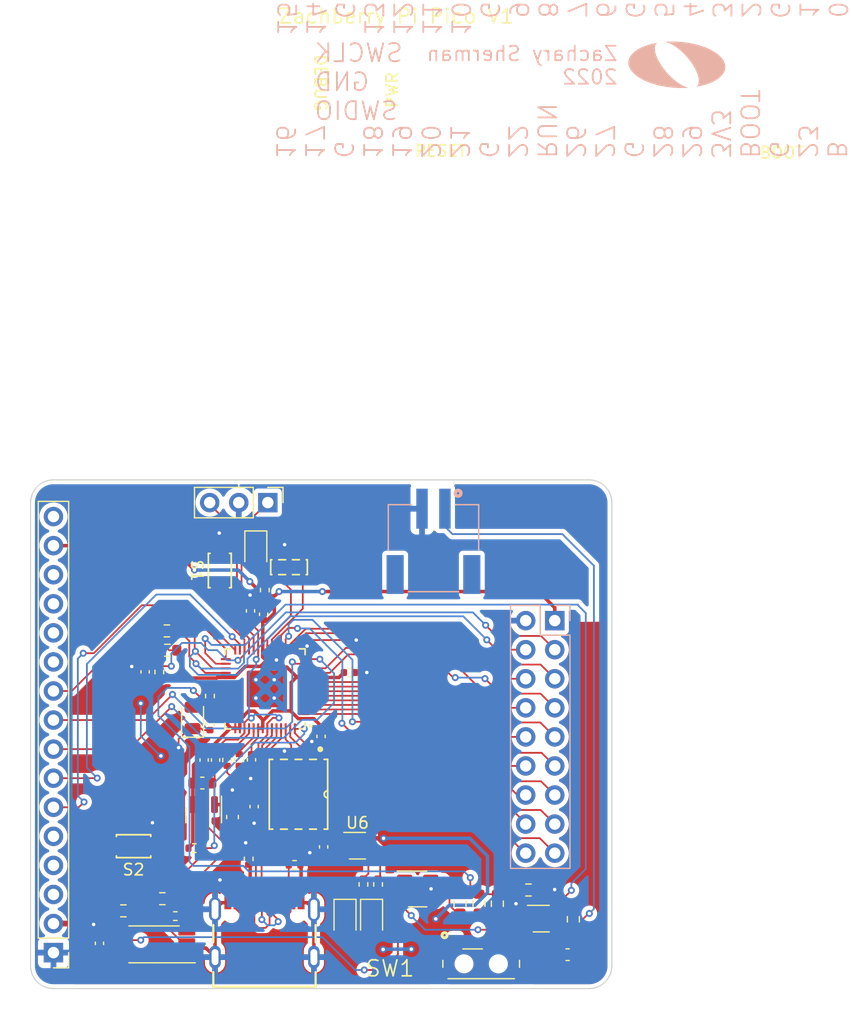
<source format=kicad_pcb>
(kicad_pcb (version 20211014) (generator pcbnew)
  (title_block (title "ENGR3430 Miniproject 3") (date "2022-09-22") (company "Olin College of Engineering"))
  (layers (0 "F.Cu" signal) (31 "B.Cu" signal) (34 "B.Paste" user) (35 "F.Paste" user) (36 "B.SilkS" user "B.Silkscreen") (37 "F.SilkS" user "F.Silkscreen") (38 "B.Mask" user) (39 "F.Mask" user) (44 "Edge.Cuts" user))
  (net 0 "")
  (net 1 "GND")
  (net 2 "+3V3")
  (net 3 "Net-(C10-Pad1)")
  (net 4 "VBUS")
  (net 5 "Net-(C14-Pad1)")
  (net 6 "Net-(C15-Pad1)")
  (net 7 "Net-(D1-Pad2)")
  (net 8 "Net-(D2-Pad2)")
  (net 9 "Net-(D3-Pad1)")
  (net 10 "Net-(D4-Pad1)")
  (net 11 "Net-(J1-PadA5)")
  (net 12 "Net-(J1-PadA6)")
  (net 13 "Net-(J1-PadA7)")
  (net 15 "Net-(J1-PadB5)")
  (net 17 "Net-(J2-Pad1)")
  (net 18 "/SWCLK")
  (net 19 "/SWDIO")
  (net 20 "/GPIO21")
  (net 21 "/GPIO20")
  (net 22 "/GPIO13")
  (net 23 "/GPIO12")
  (net 24 "/GPIO8")
  (net 25 "/GPIO9")
  (net 26 "/GPIO7")
  (net 27 "/GPIO6")
  (net 28 "/GPIO5")
  (net 29 "/GPIO4")
  (net 30 "/GPIO3")
  (net 31 "/GPIO2")
  (net 32 "/GPIO1")
  (net 33 "/GPIO0")
  (net 34 "/GPIO14")
  (net 35 "/GPIO15")
  (net 39 "/GPIO17")
  (net 40 "/GPIO16")
  (net 41 "/GPIO11")
  (net 42 "/GPIO10")
  (net 43 "/GPIO18")
  (net 45 "/GPIO19")
  (net 46 "Net-(Q1-Pad3)")
  (net 47 "Net-(Q1-Pad5)")
  (net 48 "/RUN")
  (net 49 "/BOOT")
  (net 50 "Net-(R5-Pad2)")
  (net 51 "Net-(R6-Pad2)")
  (net 52 "/GPIO25")
  (net 53 "Net-(R9-Pad2)")
  (net 54 "Net-(R10-Pad2)")
  (net 55 "Net-(R11-Pad1)")
  (net 56 "/GPIO26")
  (net 57 "Net-(R16-Pad2)")
  (net 58 "Net-(R18-Pad1)")
  (net 60 "Net-(U1-Pad2)")
  (net 61 "Net-(U1-Pad3)")
  (net 62 "Net-(U1-Pad5)")
  (net 63 "Net-(U1-Pad6)")
  (net 64 "Net-(U1-Pad7)")
  (net 65 "Net-(U2-Pad20)")
  (net 66 "Net-(U2-Pad21)")
  (net 67 "/GPIO22")
  (net 68 "/GPIO23")
  (net 69 "/GPIO24")
  (net 70 "/GPIO27")
  (net 71 "/GPIO28")
  (net 72 "/GPIO29")
  (footprint "Eclectronics:CSTNE" (layer "F.Cu") (at 70.9262 88.6298)
    (fp_text reference "Y1" hide)
    (fp_text value "12MHz")
  )
  (footprint "Resistor_SMD:R_0402_1005Metric" (layer "F.Cu") (at 64.0162 99.8898 -90)
    (fp_text reference "R7" hide)
    (fp_text value "1K")
  )
  (footprint "Resistor_SMD:R_0402_1005Metric" (layer "F.Cu") (at 68.81 90.63 90)
    (fp_text reference "R8" hide)
    (fp_text value "1K")
  )
  (footprint "Capacitor_SMD:C_0402_1005Metric" (layer "F.Cu") (at 58.35 97.78 90)
    (fp_text reference "C5" hide)
    (fp_text value "0.1µF")
  )
  (footprint "Capacitor_SMD:C_0402_1005Metric" (layer "F.Cu") (at 67.8762 109.5498 -90)
    (fp_text reference "C11" hide)
    (fp_text value "0.1µF")
  )
  (footprint "Resistor_SMD:R_0603_1608Metric" (layer "F.Cu") (at 60.25 94.2)
    (fp_text reference "R19" hide)
    (fp_text value "4.7k")
  )
  (footprint "LED_SMD:LED_0805_2012Metric" (layer "F.Cu") (at 62.4962 101.7998 90)
    (fp_text reference "D1" hide)
    (fp_text value "LED")
  )
  (footprint "Eclectronics:MIC_WSON-8" (layer "F.Cu") (at 71.7512 108.4748 -90)
    (fp_text reference "U1" hide)
    (fp_text value "W25Q128JV" hide)
  )
  (footprint "Resistor_SMD:R_0402_1005Metric" (layer "F.Cu") (at 67.4 114.12 90)
    (fp_text reference "R4" hide)
    (fp_text value "5.1K")
  )
  (footprint "Package_TO_SOT_SMD:SOT-23" (layer "F.Cu") (at 63.4662 110.3123 -90)
    (fp_text reference "U3" hide)
    (fp_text value "MCP1702T-3302E_CB")
  )
  (footprint "Resistor_SMD:R_0402_1005Metric" (layer "F.Cu") (at 66.5762 105.4798 90)
    (fp_text reference "R6" hide)
    (fp_text value "27Ω")
  )
  (footprint "Resistor_SMD:R_0402_1005Metric" (layer "F.Cu") (at 60.99 119.12)
    (fp_text reference "R18" hide)
    (fp_text value "1k")
  )
  (footprint "Capacitor_SMD:C_0402_1005Metric" (layer "F.Cu") (at 68.71 92.75 90)
    (fp_text reference "C4" hide)
    (fp_text value "0.1µF")
  )
  (footprint "Resistor_SMD:R_0603_1608Metric" (layer "F.Cu") (at 85.87 118.03 -90)
    (fp_text reference "R11" hide)
    (fp_text value "10k")
  )
  (footprint "Capacitor_SMD:C_0402_1005Metric" (layer "F.Cu") (at 64.5062 105.4798 -90)
    (fp_text reference "C9" hide)
    (fp_text value "1µF")
  )
  (footprint "Eclectronics:SW_PCM12SMTR" (layer "F.Cu") (at 87.72 123.29)
    (fp_text reference "SW1")
    (fp_text value "PCM12")
  )
  (footprint "Resistor_SMD:R_0603_1608Metric" (layer "F.Cu") (at 91.85 116.84)
    (fp_text reference "R14" hide)
    (fp_text value "10k")
  )
  (footprint "Capacitor_SMD:C_0603_1608Metric" (layer "F.Cu") (at 65.9862 110.4648 -90)
    (fp_text reference "C12" hide)
    (fp_text value "10µF")
  )
  (footprint "Eclectronics:KXT321LHS" (layer "F.Cu") (at 64.8762 88.9248 -90)
    (fp_text reference "S1")
    (fp_text value "RST")
  )
  (footprint "Resistor_SMD:R_0603_1608Metric" (layer "F.Cu") (at 95.775 119.395 90)
    (fp_text reference "R15" hide)
    (fp_text value "10k")
  )
  (footprint "Resistor_SMD:R_0603_1608Metric" (layer "F.Cu") (at 56.45 118.66)
    (fp_text reference "R16" hide)
    (fp_text value "10k")
  )
  (footprint "Capacitor_SMD:C_0402_1005Metric" (layer "F.Cu") (at 67.6462 105.4598 -90)
    (fp_text reference "C7" hide)
    (fp_text value "0.1µF")
  )
  (footprint "Resistor_SMD:R_0603_1608Metric" (layer "F.Cu") (at 60.295 95.89)
    (fp_text reference "R20" hide)
    (fp_text value "4.7k")
  )
  (footprint "Eclectronics:USB4105-GF-A" (layer "F.Cu") (at 68.78 122.705)
    (fp_text reference "J1" hide)
    (fp_text value "USB4105-GF-A")
  )
  (footprint "Connector_PinHeader_2.54mm:PinHeader_1x16_P2.54mm_Vertical" (layer "F.Cu") (at 50.34 122.31 180)
    (fp_text reference "J_st7735r1" hide)
    (fp_text value "Conn_01x16")
  )
  (footprint "Capacitor_SMD:C_0402_1005Metric" (layer "F.Cu") (at 63.5062 105.4798 -90)
    (fp_text reference "C8" hide)
    (fp_text value "1µF")
  )
  (footprint "Connector_PinHeader_2.54mm:PinHeader_1x03_P2.54mm_Vertical" (layer "F.Cu") (at 69.0725 82.9875 -90)
    (fp_text reference "J3" hide)
    (fp_text value "DEBUG")
  )
  (footprint "Capacitor_SMD:C_0402_1005Metric" (layer "F.Cu") (at 64.0162 102.3898 -90)
    (fp_text reference "C6" hide)
    (fp_text value "0.1µF")
  )
  (footprint "Resistor_SMD:R_0402_1005Metric" (layer "F.Cu") (at 78.71 116.35 90)
    (fp_text reference "R10" hide)
    (fp_text value "1k")
  )
  (footprint "LED_SMD:LED_0805_2012Metric" (layer "F.Cu") (at 68.0262 87.1498 -90)
    (fp_text reference "D2" hide)
    (fp_text value "PWR")
  )
  (footprint "Resistor_SMD:R_0402_1005Metric" (layer "F.Cu") (at 71.41 114.65)
    (fp_text reference "R1" hide)
    (fp_text value "5.1K")
  )
  (footprint "Eclectronics:KXT321LHS" (layer "F.Cu") (at 57.34 113.01 180)
    (fp_text reference "S2")
    (fp_text value "BOOT")
  )
  (footprint "Package_SO:TSSOP-8_4.4x3mm_P0.65mm" (layer "F.Cu") (at 59.13 121.59 180)
    (fp_text reference "U5" hide)
    (fp_text value "TPS2113APW")
  )
  (footprint "Package_TO_SOT_SMD:SOT-363_SC-70-6" (layer "F.Cu") (at 92.965 119.34)
    (fp_text reference "Q1" hide)
    (fp_text value "FDG6320C")
  )
  (footprint "Capacitor_SMD:C_0603_1608Metric" (layer "F.Cu") (at 95.275 122.49)
    (fp_text reference "C14" hide)
    (fp_text value "10µF")
  )
  (footprint "Package_TO_SOT_SMD:SOT-353_SC-70-5" (layer "F.Cu") (at 76.91 112.97)
    (fp_text reference "U6")
    (fp_text value "SN74LVC1GU04")
  )
  (footprint "Capacitor_SMD:C_0402_1005Metric" (layer "F.Cu") (at 73.9512 113.0748 90)
    (fp_text reference "C1" hide)
    (fp_text value "0.1µF")
  )
  (footprint "Resistor_SMD:R_0603_1608Metric" (layer "F.Cu") (at 87.53 118.03 90)
    (fp_text reference "R12" hide)
    (fp_text value "40k")
  )
  (footprint "Resistor_SMD:R_0402_1005Metric" (layer "F.Cu") (at 59.59 97.79 -90)
    (fp_text reference "R2" hide)
    (fp_text value "5.1K")
  )
  (footprint "Resistor_SMD:R_0402_1005Metric" (layer "F.Cu") (at 77.43 116.35 90)
    (fp_text reference "R9" hide)
    (fp_text value "1k")
  )
  (footprint "Package_TO_SOT_SMD:SOT-23-5" (layer "F.Cu") (at 82.17 116.75)
    (fp_text reference "U4" hide)
    (fp_text value "MCP73831T-2ACI_OT")
  )
  (footprint "Resistor_SMD:R_0603_1608Metric" (layer "F.Cu") (at 89.13 118.04 -90)
    (fp_text reference "R13" hide)
    (fp_text value "11k")
  )
  (footprint "Resistor_SMD:R_0603_1608Metric" (layer "F.Cu") (at 59.855 117.6)
    (fp_text reference "R17" hide)
    (fp_text value "20k")
  )
  (footprint "Capacitor_SMD:C_0402_1005Metric" (layer "F.Cu") (at 54.36 121.5 90)
    (fp_text reference "C15" hide)
    (fp_text value "1µF")
  )
  (footprint "Capacitor_SMD:C_0402_1005Metric" (layer "F.Cu") (at 73.7262 103.4198 -90)
    (fp_text reference "C2" hide)
    (fp_text value "0.1µF")
  )
  (footprint "Capacitor_SMD:C_0603_1608Metric" (layer "F.Cu") (at 63.3462 107.4948)
    (fp_text reference "C13" hide)
    (fp_text value "10µF")
  )
  (footprint "Capacitor_SMD:C_0402_1005Metric" (layer "F.Cu") (at 76.2 97.8348)
    (fp_text reference "C3" hide)
    (fp_text value "0.1µF")
  )
  (footprint "LED_SMD:LED_0805_2012Metric" (layer "F.Cu") (at 75.82 119.34 -90)
    (fp_text reference "D3" hide)
    (fp_text value "D_Small_Filled")
  )
  (footprint "Eclectronics:RP2040" (layer "F.Cu") (at 68.8308 99.2674 180)
    (fp_text reference "U2" hide)
    (fp_text value "RP2040")
  )
  (footprint "Capacitor_SMD:C_0402_1005Metric" (layer "F.Cu") (at 67.56 92.45 90)
    (fp_text reference "C10" hide)
    (fp_text value "0.1µF")
  )
  (footprint "LED_SMD:LED_0805_2012Metric" (layer "F.Cu") (at 78.14 119.34 -90)
    (fp_text reference "D4" hide)
    (fp_text value "D_Small_Filled")
  )
  (footprint "Resistor_SMD:R_0402_1005Metric" (layer "F.Cu") (at 65.5162 105.4798 90)
    (fp_text reference "R5" hide)
    (fp_text value "27Ω")
  )
  (footprint "Resistor_SMD:R_0402_1005Metric" (layer "F.Cu") (at 62.6462 113.1798 180)
    (fp_text reference "R3" hide)
    (fp_text value "5.1K")
  )
  (footprint "Eclectronics:JST_S2B-PH-SM4-TB(LF)(SN)" (layer "B.Cu") (at 83.55 83.52 180)
    (fp_text reference "J2" hide)
    (fp_text value "S2B-PH-SM4-TB")
  )
  (footprint "Eclectronics:OlinLogoLg1" (layer "B.Cu") (at 104.82 44.73 180)
    (fp_text reference "OlinLogoLg1" hide)
    (fp_text value "G***" hide)
  )
  (footprint "Connector_PinHeader_2.54mm:PinHeader_2x09_P2.54mm_Vertical" (layer "B.Cu") (at 94.15 93.3 180)
    (fp_text reference "J_ov7670" hide)
    (fp_text value "Conn_02x09_Odd_Even")
  )
  (gr_line (start 99.017114 82.318204) (end 99.048629 82.411343) (layer "Edge.Cuts") (width 0.1))
  (gr_line (start 99.115651 123.753654) (end 99.098023 123.852366) (layer "Edge.Cuts") (width 0.1))
  (gr_line (start 49.068207 124.995173) (end 48.995474 124.93217) (layer "Edge.Cuts") (width 0.1))
  (gr_line (start 48.460382 124.137608) (end 48.428868 124.044469) (layer "Edge.Cuts") (width 0.1))
  (gr_line (start 49.474226 125.255241) (end 49.387795 125.210973) (layer "Edge.Cuts") (width 0.1))
  (gr_line (start 48.338748 123.448384) (end 48.338748 83.007428) (layer "Edge.Cuts") (width 0.1))
  (gr_line (start 48.379473 82.603445) (end 48.401856 82.506465) (layer "Edge.Cuts") (width 0.1))
  (gr_line (start 48.379473 123.852366) (end 48.361845 123.753654) (layer "Edge.Cuts") (width 0.1))
  (gr_line (start 48.341357 123.551537) (end 48.338748 123.448384) (layer "Edge.Cuts") (width 0.1))
  (gr_line (start 48.428868 124.044469) (end 48.401856 123.949347) (layer "Edge.Cuts") (width 0.1))
  (gr_line (start 48.401856 123.949347) (end 48.379473 123.852366) (layer "Edge.Cuts") (width 0.1))
  (gr_line (start 98.796407 124.569134) (end 98.740521 124.647724) (layer "Edge.Cuts") (width 0.1))
  (gr_line (start 49.387795 125.210973) (end 49.303852 125.162707) (layer "Edge.Cuts") (width 0.1))
  (gr_line (start 49.842307 125.389801) (end 49.747185 125.362789) (layer "Edge.Cuts") (width 0.1))
  (gr_line (start 98.740521 124.647724) (end 98.681013 124.723449) (layer "Edge.Cuts") (width 0.1))
  (gr_line (start 50.038 125.429812) (end 49.939288 125.412183) (layer "Edge.Cuts") (width 0.1))
  (gr_line (start 97.439493 125.429812) (end 97.339175 125.442559) (layer "Edge.Cuts") (width 0.1))
  (gr_line (start 50.343269 81.002904) (end 50.343269 81.002904) (layer "Edge.Cuts") (width 0.1))
  (gr_line (start 50.038 81.026) (end 50.138318 81.013253) (layer "Edge.Cuts") (width 0.1))
  (gr_line (start 99.138748 83.007428) (end 99.138748 123.448384) (layer "Edge.Cuts") (width 0.1))
  (gr_line (start 98.896813 82.051951) (end 98.94108 82.138382) (layer "Edge.Cuts") (width 0.1))
  (gr_line (start 98.61801 124.796182) (end 98.551637 124.865798) (layer "Edge.Cuts") (width 0.1))
  (gr_line (start 98.482021 81.523642) (end 98.551637 81.590014) (layer "Edge.Cuts") (width 0.1))
  (gr_line (start 48.401856 82.506465) (end 48.428868 82.411343) (layer "Edge.Cuts") (width 0.1))
  (gr_line (start 49.143932 125.054681) (end 49.068207 124.995173) (layer "Edge.Cuts") (width 0.1))
  (gr_line (start 48.338748 123.448384) (end 48.338748 123.448384) (layer "Edge.Cuts") (width 0.1))
  (gr_line (start 97.823447 81.124537) (end 97.914476 81.160429) (layer "Edge.Cuts") (width 0.1))
  (gr_line (start 49.563018 81.160429) (end 49.654047 81.124537) (layer "Edge.Cuts") (width 0.1))
  (gr_line (start 49.842307 81.066011) (end 49.939288 81.043628) (layer "Edge.Cuts") (width 0.1))
  (gr_line (start 98.61801 81.65963) (end 98.681013 81.732363) (layer "Edge.Cuts") (width 0.1))
  (gr_line (start 48.925858 124.865798) (end 48.859486 124.796182) (layer "Edge.Cuts") (width 0.1))
  (gr_line (start 49.143932 81.401131) (end 49.222522 81.345244) (layer "Edge.Cuts") (width 0.1))
  (gr_line (start 48.361845 82.702158) (end 48.379473 82.603445) (layer "Edge.Cuts") (width 0.1))
  (gr_line (start 98.551637 124.865798) (end 98.482021 124.93217) (layer "Edge.Cuts") (width 0.1))
  (gr_line (start 97.134224 81.002904) (end 97.237376 81.005512) (layer "Edge.Cuts") (width 0.1))
  (gr_line (start 99.098023 123.852366) (end 99.07564 123.949347) (layer "Edge.Cuts") (width 0.1))
  (gr_line (start 49.222522 125.110568) (end 49.143932 125.054681) (layer "Edge.Cuts") (width 0.1))
  (gr_line (start 98.681013 124.723449) (end 98.61801 124.796182) (layer "Edge.Cuts") (width 0.1))
  (gr_line (start 49.939288 81.043628) (end 50.038 81.026) (layer "Edge.Cuts") (width 0.1))
  (gr_line (start 48.496273 82.227175) (end 48.536416 82.138382) (layer "Edge.Cuts") (width 0.1))
  (gr_line (start 97.237376 125.4503) (end 97.134224 125.452908) (layer "Edge.Cuts") (width 0.1))
  (gr_line (start 97.339175 81.013253) (end 97.439493 81.026) (layer "Edge.Cuts") (width 0.1))
  (gr_line (start 98.94108 124.317429) (end 98.896813 124.40386) (layer "Edge.Cuts") (width 0.1))
  (gr_line (start 99.017114 124.137608) (end 98.981223 124.228636) (layer "Edge.Cuts") (width 0.1))
  (gr_line (start 49.387795 81.244838) (end 49.474226 81.200571) (layer "Edge.Cuts") (width 0.1))
  (gr_line (start 99.048629 82.411343) (end 99.07564 82.506465) (layer "Edge.Cuts") (width 0.1))
  (gr_line (start 98.551637 81.590014) (end 98.61801 81.65963) (layer "Edge.Cuts") (width 0.1))
  (gr_line (start 48.995474 81.523642) (end 49.068207 81.460639) (layer "Edge.Cuts") (width 0.1))
  (gr_line (start 49.654047 81.124537) (end 49.747185 81.093023) (layer "Edge.Cuts") (width 0.1))
  (gr_line (start 49.654047 125.331274) (end 49.563018 125.295383) (layer "Edge.Cuts") (width 0.1))
  (gr_line (start 99.115651 82.702158) (end 99.128399 82.802476) (layer "Edge.Cuts") (width 0.1))
  (gr_line (start 49.747185 81.093023) (end 49.842307 81.066011) (layer "Edge.Cuts") (width 0.1))
  (gr_line (start 97.538206 81.043628) (end 97.635186 81.066011) (layer "Edge.Cuts") (width 0.1))
  (gr_line (start 98.254973 81.345244) (end 98.333564 81.401131) (layer "Edge.Cuts") (width 0.1))
  (gr_line (start 48.580683 124.40386) (end 48.536416 124.317429) (layer "Edge.Cuts") (width 0.1))
  (gr_line (start 98.981223 124.228636) (end 98.94108 124.317429) (layer "Edge.Cuts") (width 0.1))
  (gr_line (start 49.563018 125.295383) (end 49.474226 125.255241) (layer "Edge.Cuts") (width 0.1))
  (gr_line (start 99.07564 82.506465) (end 99.098023 82.603445) (layer "Edge.Cuts") (width 0.1))
  (gr_line (start 97.823447 125.331274) (end 97.730309 125.362789) (layer "Edge.Cuts") (width 0.1))
  (gr_line (start 48.460382 82.318204) (end 48.496273 82.227175) (layer "Edge.Cuts") (width 0.1))
  (gr_line (start 99.138748 83.007428) (end 99.138748 83.007428) (layer "Edge.Cuts") (width 0.1))
  (gr_line (start 98.409288 124.995173) (end 98.333564 125.054681) (layer "Edge.Cuts") (width 0.1))
  (gr_line (start 48.338748 83.007428) (end 48.338748 83.007428) (layer "Edge.Cuts") (width 0.1))
  (gr_line (start 97.134224 125.452908) (end 97.134224 125.452908) (layer "Edge.Cuts") (width 0.1))
  (gr_line (start 98.003269 81.200571) (end 98.0897 81.244838) (layer "Edge.Cuts") (width 0.1))
  (gr_line (start 50.343269 125.452908) (end 50.343269 125.452908) (layer "Edge.Cuts") (width 0.1))
  (gr_line (start 48.341357 82.904275) (end 48.349098 82.802476) (layer "Edge.Cuts") (width 0.1))
  (gr_line (start 98.333564 125.054681) (end 98.254973 125.110568) (layer "Edge.Cuts") (width 0.1))
  (gr_line (start 98.003269 125.255241) (end 97.914476 125.295383) (layer "Edge.Cuts") (width 0.1))
  (gr_line (start 49.068207 81.460639) (end 49.143932 81.401131) (layer "Edge.Cuts") (width 0.1))
  (gr_line (start 97.134224 125.452908) (end 50.343269 125.452908) (layer "Edge.Cuts") (width 0.1))
  (gr_line (start 99.098023 82.603445) (end 99.115651 82.702158) (layer "Edge.Cuts") (width 0.1))
  (gr_line (start 99.128399 123.653335) (end 99.115651 123.753654) (layer "Edge.Cuts") (width 0.1))
  (gr_line (start 98.740521 81.808088) (end 98.796407 81.886678) (layer "Edge.Cuts") (width 0.1))
  (gr_line (start 98.0897 125.210973) (end 98.003269 125.255241) (layer "Edge.Cuts") (width 0.1))
  (gr_line (start 48.995474 124.93217) (end 48.925858 124.865798) (layer "Edge.Cuts") (width 0.1))
  (gr_line (start 48.361845 123.753654) (end 48.349098 123.653335) (layer "Edge.Cuts") (width 0.1))
  (gr_line (start 48.536416 124.317429) (end 48.496273 124.228636) (layer "Edge.Cuts") (width 0.1))
  (gr_line (start 48.736975 81.808088) (end 48.796483 81.732363) (layer "Edge.Cuts") (width 0.1))
  (gr_line (start 48.628949 81.968008) (end 48.681089 81.886678) (layer "Edge.Cuts") (width 0.1))
  (gr_line (start 98.254973 125.110568) (end 98.173643 125.162707) (layer "Edge.Cuts") (width 0.1))
  (gr_line (start 99.138748 123.448384) (end 99.136139 123.551537) (layer "Edge.Cuts") (width 0.1))
  (gr_line (start 48.349098 123.653335) (end 48.341357 123.551537) (layer "Edge.Cuts") (width 0.1))
  (gr_line (start 97.134224 81.002904) (end 97.134224 81.002904) (layer "Edge.Cuts") (width 0.1))
  (gr_line (start 99.138748 123.448384) (end 99.138748 123.448384) (layer "Edge.Cuts") (width 0.1))
  (gr_line (start 97.635186 81.066011) (end 97.730309 81.093023) (layer "Edge.Cuts") (width 0.1))
  (gr_line (start 98.482021 124.93217) (end 98.409288 124.995173) (layer "Edge.Cuts") (width 0.1))
  (gr_line (start 98.173643 81.293105) (end 98.254973 81.345244) (layer "Edge.Cuts") (width 0.1))
  (gr_line (start 50.240116 81.005512) (end 50.343269 81.002904) (layer "Edge.Cuts") (width 0.1))
  (gr_line (start 99.048629 124.044469) (end 99.017114 124.137608) (layer "Edge.Cuts") (width 0.1))
  (gr_line (start 99.136139 82.904275) (end 99.138748 83.007428) (layer "Edge.Cuts") (width 0.1))
  (gr_line (start 50.343269 81.002904) (end 50.343269 81.002904) (layer "Edge.Cuts") (width 0.1))
  (gr_line (start 98.0897 81.244838) (end 98.173643 81.293105) (layer "Edge.Cuts") (width 0.1))
  (gr_line (start 48.428868 82.411343) (end 48.460382 82.318204) (layer "Edge.Cuts") (width 0.1))
  (gr_line (start 50.343269 125.452908) (end 50.240116 125.4503) (layer "Edge.Cuts") (width 0.1))
  (gr_line (start 49.939288 125.412183) (end 49.842307 125.389801) (layer "Edge.Cuts") (width 0.1))
  (gr_line (start 48.796483 81.732363) (end 48.859486 81.65963) (layer "Edge.Cuts") (width 0.1))
  (gr_line (start 98.981223 82.227175) (end 99.017114 82.318204) (layer "Edge.Cuts") (width 0.1))
  (gr_line (start 48.925858 81.590014) (end 48.995474 81.523642) (layer "Edge.Cuts") (width 0.1))
  (gr_line (start 99.07564 123.949347) (end 99.048629 124.044469) (layer "Edge.Cuts") (width 0.1))
  (gr_line (start 48.736975 124.647724) (end 48.681089 124.569134) (layer "Edge.Cuts") (width 0.1))
  (gr_line (start 97.730309 81.093023) (end 97.823447 81.124537) (layer "Edge.Cuts") (width 0.1))
  (gr_line (start 50.138318 81.013253) (end 50.240116 81.005512) (layer "Edge.Cuts") (width 0.1))
  (gr_line (start 98.333564 81.401131) (end 98.409288 81.460639) (layer "Edge.Cuts") (width 0.1))
  (gr_line (start 49.747185 125.362789) (end 49.654047 125.331274) (layer "Edge.Cuts") (width 0.1))
  (gr_line (start 97.439493 81.026) (end 97.538206 81.043628) (layer "Edge.Cuts") (width 0.1))
  (gr_line (start 97.914476 81.160429) (end 98.003269 81.200571) (layer "Edge.Cuts") (width 0.1))
  (gr_line (start 97.635186 125.389801) (end 97.538206 125.412183) (layer "Edge.Cuts") (width 0.1))
  (gr_line (start 48.536416 82.138382) (end 48.580683 82.051951) (layer "Edge.Cuts") (width 0.1))
  (gr_line (start 48.496273 124.228636) (end 48.460382 124.137608) (layer "Edge.Cuts") (width 0.1))
  (gr_line (start 98.409288 81.460639) (end 98.482021 81.523642) (layer "Edge.Cuts") (width 0.1))
  (gr_line (start 98.848547 124.487804) (end 98.796407 124.569134) (layer "Edge.Cuts") (width 0.1))
  (gr_line (start 49.303852 81.293105) (end 49.387795 81.244838) (layer "Edge.Cuts") (width 0.1))
  (gr_line (start 48.580683 82.051951) (end 48.628949 81.968008) (layer "Edge.Cuts") (width 0.1))
  (gr_line (start 98.94108 82.138382) (end 98.981223 82.227175) (layer "Edge.Cuts") (width 0.1))
  (gr_line (start 97.914476 125.295383) (end 97.823447 125.331274) (layer "Edge.Cuts") (width 0.1))
  (gr_line (start 50.240116 125.4503) (end 50.138318 125.442559) (layer "Edge.Cuts") (width 0.1))
  (gr_line (start 99.136139 123.551537) (end 99.128399 123.653335) (layer "Edge.Cuts") (width 0.1))
  (gr_line (start 48.681089 81.886678) (end 48.736975 81.808088) (layer "Edge.Cuts") (width 0.1))
  (gr_line (start 50.138318 125.442559) (end 50.038 125.429812) (layer "Edge.Cuts") (width 0.1))
  (gr_line (start 48.349098 82.802476) (end 48.361845 82.702158) (layer "Edge.Cuts") (width 0.1))
  (gr_line (start 48.338748 83.007428) (end 48.341357 82.904275) (layer "Edge.Cuts") (width 0.1))
  (gr_line (start 48.681089 124.569134) (end 48.628949 124.487804) (layer "Edge.Cuts") (width 0.1))
  (gr_line (start 98.796407 81.886678) (end 98.848547 81.968008) (layer "Edge.Cuts") (width 0.1))
  (gr_line (start 49.222522 81.345244) (end 49.303852 81.293105) (layer "Edge.Cuts") (width 0.1))
  (gr_line (start 99.128399 82.802476) (end 99.136139 82.904275) (layer "Edge.Cuts") (width 0.1))
  (gr_line (start 48.628949 124.487804) (end 48.580683 124.40386) (layer "Edge.Cuts") (width 0.1))
  (gr_line (start 48.796483 124.723449) (end 48.736975 124.647724) (layer "Edge.Cuts") (width 0.1))
  (gr_line (start 98.848547 81.968008) (end 98.896813 82.051951) (layer "Edge.Cuts") (width 0.1))
  (gr_line (start 97.237376 81.005512) (end 97.339175 81.013253) (layer "Edge.Cuts") (width 0.1))
  (gr_line (start 98.681013 81.732363) (end 98.740521 81.808088) (layer "Edge.Cuts") (width 0.1))
  (gr_line (start 98.173643 125.162707) (end 98.0897 125.210973) (layer "Edge.Cuts") (width 0.1))
  (gr_line (start 97.730309 125.362789) (end 97.635186 125.389801) (layer "Edge.Cuts") (width 0.1))
  (gr_line (start 49.303852 125.162707) (end 49.222522 125.110568) (layer "Edge.Cuts") (width 0.1))
  (gr_line (start 50.343269 81.002904) (end 97.134224 81.002904) (layer "Edge.Cuts") (width 0.1))
  (gr_line (start 48.859486 124.796182) (end 48.796483 124.723449) (layer "Edge.Cuts") (width 0.1))
  (gr_line (start 49.474226 81.200571) (end 49.563018 81.160429) (layer "Edge.Cuts") (width 0.1))
  (gr_line (start 98.896813 124.40386) (end 98.848547 124.487804) (layer "Edge.Cuts") (width 0.1))
  (gr_line (start 97.339175 125.442559) (end 97.237376 125.4503) (layer "Edge.Cuts") (width 0.1))
  (gr_line (start 97.538206 125.412183) (end 97.439493 125.429812) (layer "Edge.Cuts") (width 0.1))
  (gr_line (start 48.859486 81.65963) (end 48.925858 81.590014) (layer "Edge.Cuts") (width 0.1))
  (gr_text "SWCLK\nGND\nSWDIO" (at 73.06 46.23) (layer "B.SilkS") (effects (font (size 1.5748 1.5748)) (justify right mirror)))
  (gr_text "B\n23\nG\nBOOT\n3V3\n29\n28\nG\n27\n26\nRUN\n22\nG\n21\n20\n19\n18\nG\n17\n16" (at 94.69 53.03 270) (layer "B.SilkS") (effects (font (size 1.5748 1.5748)) (justify left mirror)))
  (gr_text "0\n1\nG\n2\n3\n4\n5\nG\n6\n7\n8\n9\nG\n10\n11\n12\n13\nG\n14\n15" (at 94.79 39.07 270) (layer "B.SilkS") (effects (font (size 1.5748 1.5748)) (justify right mirror)))
  (gr_text "Zachary Sherman\n2022" (at 99.74 44.78) (layer "B.SilkS") (effects (font (size 1.27 1.27)) (justify left mirror)))
  (gr_text "Zachberry Pi Pico V1" (at 80.29 40.485) (layer "F.SilkS") (effects (font (size 1.27 1.27))))
  (gr_text "DEBUG" (at 73.665 46.31 270) (layer "F.SilkS") (effects (font (size 1 1))))
  (gr_text "PWR" (at 79.94 46.935 90) (layer "F.SilkS") (effects (font (size 1 1))))
  (gr_text "RESET" (at 84.19 52.26) (layer "F.SilkS") (effects (font (size 1 1))))
  (gr_text "BOOT\n" (at 113.99 52.41) (layer "F.SilkS") (effects (font (size 1 1))))
  (segment (start 58.965 113.01) (end 58.965 110.985) (width 0.1524) (layer "F.Cu") (net 1))
  (segment (start 76.6848 97.83) (end 76.68 97.8348) (width 0.1524) (layer "F.Cu") (net 1))
  (segment (start 73.02 95) (end 76.8 95) (width 0.1524) (layer "F.Cu") (net 1))
  (segment (start 54.765 120.615) (end 54.36 121.02) (width 0.1524) (layer "F.Cu") (net 1))
  (segment (start 64.4262 106.0398) (end 64.5062 105.9598) (width 0.1524) (layer "F.Cu") (net 1))
  (segment (start 53.8 119.9) (end 53.85 119.85) (width 0.1524) (layer "F.Cu") (net 1))
  (segment (start 67.52 91.93) (end 67.56 91.97) (width 0.1524) (layer "F.Cu") (net 1))
  (segment (start 68.1339 86.32) (end 68.0262 86.2123) (width 0.1524) (layer "F.Cu") (net 1))
  (segment (start 67.14 112.71) (end 67.4 112.97) (width 0.1524) (layer "F.Cu") (net 1))
  (segment (start 56.2675 119.3025) (end 55.625 118.66) (width 0.1524) (layer "F.Cu") (net 1))
  (segment (start 83.34 116.74) (end 84.39 116.74) (width 0.1524) (layer "F.Cu") (net 1))
  (segment (start 58.35 97.3) (end 57.19 97.3) (width 0.1524) (layer "F.Cu") (net 1))
  (segment (start 64.8762 85.6998) (end 64.8262 85.6498) (width 0.1524) (layer "F.Cu") (net 1))
  (segment (start 93.01 120.43) (end 93.01 119.1538) (width 0.1524) (layer "F.Cu") (net 1))
  (segment (start 53.8 120.69) (end 53.8 119.9) (width 0.1524) (layer "F.Cu") (net 1))
  (segment (start 83.34 116.74) (end 83.33 116.75) (width 0.1524) (layer "F.Cu") (net 1))
  (segment (start 64.4162 107.7898) (end 64.4162 109.3748) (width 0.1524) (layer "F.Cu") (net 1))
  (segment (start 64.5062 105.9598) (end 63.5062 105.9598) (width 0.1524) (layer "F.Cu") (net 1))
  (segment (start 64.4162 109.3748) (end 64.8962 109.3748) (width 0.3048) (layer "F.Cu") (net 1))
  (segment (start 62.095 118.525) (end 64.46 118.525) (width 0.1524) (layer "F.Cu") (net 1))
  (segment (start 65.58 116.65) (end 64.89 115.96) (width 0.3048) (layer "F.Cu") (net 1))
  (segment (start 72.954836 103.8998) (end 73.7262 103.8998) (width 0.1524) (layer "F.Cu") (net 1))
  (segment (start 72.5 95.52) (end 73.02 95) (width 0.1524) (layer "F.Cu") (net 1))
  (segment (start 94.1 116.84) (end 94.14 116.8) (width 0.1524) (layer "F.Cu") (net 1))
  (segment (start 64.8762 87.2998) (end 64.8762 85.6998) (width 0.1524) (layer "F.Cu") (net 1))
  (segment (start 67.6462 107.0298) (end 67.5762 107.0998) (width 0.1524) (layer "F.Cu") (net 1))
  (segment (start 58.965 110.985) (end 58.99 110.96) (width 0.1524) (layer "F.Cu") (net 1))
  (segment (start 73.1 118.525) (end 73.1 122.705) (width 0.3048) (layer "F.Cu") (net 1))
  (segment (start 64.46 118.525) (end 65.035 117.95) (width 0.3048) (layer "F.Cu") (net 1))
  (segment (start 85.625 118.855) (end 85.87 118.855) (width 0.1524) (layer "F.Cu") (net 1))
  (segment (start 70.5262 104.6998) (end 69.8462 105.3798) (width 0.3048) (layer "F.Cu") (net 1))
  (segment (start 77.724 97.83) (end 76.6848 97.83) (width 0.1524) (layer "F.Cu") (net 1))
  (segment (start 62.4962 102.7373) (end 62.1887 102.7373) (width 0.1524) (layer "F.Cu") (net 1))
  (segment (start 92.015 118.69) (end 91.41 118.69) (width 0.1524) (layer "F.Cu") (net 1))
  (segment (start 70.54 86.66) (end 70.9262 87.0462) (width 0.1524) (layer "F.Cu") (net 1))
  (segment (start 93.83 121.25) (end 93.01 120.43) (width 0.1524) (layer "F.Cu") (net 1))
  (segment (start 84.39 116.74) (end 84.95 117.3) (width 0.1524) (layer "F.Cu") (net 1))
  (segment (start 63.67 121.915) (end 61.9925 121.915) (width 0.3048) (layer "F.Cu") (net 1))
  (segment (start 56.2675 120.615) (end 56.2675 119.3025) (width 0.1524) (layer "F.Cu") (net 1))
  (segment (start 64.1212 107.4948) (end 64.4162 107.7898) (width 0.1524) (layer "F.Cu") (net 1))
  (segment (start 64.8962 109.3748) (end 65.2112 109.6898) (width 0.3048) (layer "F.Cu") (net 1))
  (segment (start 84.95 118.18) (end 85.625 118.855) (width 0.1524) (layer "F.Cu") (net 1))
  (segment (start 64.1212 107.4948) (end 64.4262 107.1898) (width 0.1524) (layer "F.Cu") (net 1))
  (segment (start 92.5462 118.69) (end 92.015 118.69) (width 0.1524) (layer "F.Cu") (net 1))
  (segment (start 63.3962 102.8698) (end 64.0162 102.8698) (width 0.1524) (layer "F.Cu") (net 1))
  (segment (start 65.2112 109.6898) (end 65.9862 109.6898) (width 0.3048) (layer "F.Cu") (net 1))
  (segment (start 54.13 121.02) (end 53.8 120.69) (width 0.1524) (layer "F.Cu") (net 1))
  (segment (start 70.2 86.32) (end 68.1339 86.32) (width 0.1524) (layer "F.Cu") (net 1))
  (segment (start 69.8462 105.3798) (end 69.8462 105.7824) (width 0.3048) (layer "F.Cu") (net 1))
  (segment (start 72.74 113.58) (end 72.74 113.59) (width 0.1524) (layer "F.Cu") (net 1))
  (segment (start 69.8308 96.7361) (end 69.8262 96.7407) (width 0.1524) (layer "F.Cu") (net 1))
  (segment (start 65.9862 109.6898) (end 65.9862 108.1098) (width 0.1524) (layer "F.Cu") (net 1))
  (segment (start 72.74 113.58) (end 72.7652 113.5548) (width 0.1524) (layer "F.Cu") (net 1))
  (segment (start 62.1887 102.7373) (end 61.2762 103.6498) (width 0.1524) (layer "F.Cu") (net 1))
  (segment (start 68.71 92.27) (end 67.86 92.27) (width 0.3048) (layer "F.Cu") (net 1))
  (segment (start 69.8308 95.8299) (end 69.8308 96.7361) (width 0.1524) (layer "F.Cu") (net 1))
  (segment (start 69.8462 105.7824) (end 69.8462 106.3948) (width 0.3048) (layer "F.Cu") (net 1))
  (segment (start 71.92 114.65) (end 71.98 114.71) (width 0.3048) (layer "F.Cu") (net 1))
  (segment (start 64.4262 107.1898) (end 64.4262 106.0398) (width 0.1524) (layer "F.Cu") (net 1))
  (segment (start 74.0164 113.62) (end 73.9512 113.5548) (width 0.1524) (layer "F.Cu") (net 1))
  (segment (start 83.33 116.75) (end 81.0325 116.75) (width 0.1524) (layer "F.Cu") (net 1))
  (segment (start 67.8762 110.0298) (end 67.8762 110.9998) (width 0.1524) (layer "F.Cu") (net 1))
  (segment (start 67.52 91.07) (end 67.52 91.93) (width 0.1524) (layer "F.Cu") (net 1))
  (segment (start 67.6462 105.9398) (end 67.6462 107.0298) (width 0.1524) (layer "F.Cu") (net 1))
  (segment (start 65.58 117.95) (end 65.58 116.65) (width 0.3048) (layer "F.Cu") (net 1))
  (segment (start 71.7512 108.2998) (end 71.7512 108.4748) (width 0.3048) (layer "F.Cu") (net 1))
  (segment (start 67.4 112.97) (end 67.4 113.61) (width 0.1524) (layer "F.Cu") (net 1))
  (segment (start 69.8462 106.3948) (end 71.7512 108.2998) (width 0.3048) (layer "F.Cu") (net 1))
  (segment (start 72.915518 103.860482) (end 72.954836 103.8998) (width 0.1524) (layer "F.Cu") (net 1))
  (segment (start 67.86 92.27) (end 67.56 91.97) (width 0.3048) (layer "F.Cu") (net 1))
  (segment (start 56.2675 120.615) (end 54.765 120.615) (width 0.1524) (layer "F.Cu") (net 1))
  (segment (start 70.9262 87.0462) (end 70.9262 88.6298) (width 0.1524) (layer "F.Cu") (net 1))
  (segment (start 57.19 97.3) (end 57.18 97.31) (width 0.1524) (layer "F.Cu") (net 1))
  (segment (start 84.95 117.3) (end 84.95 118.18) (width 0.1524) (layer "F.Cu") (net 1))
  (segment (start 63.2637 102.7373) (end 63.3962 102.8698) (width 0.1524) (layer "F.Cu") (net 1))
  (segment (start 72.525 117.95) (end 73.1 118.525) (width 0.3048) (layer "F.Cu") (net 1))
  (segment (start 92.675 116.84) (end 94.1 116.84) (width 0.1524) (layer "F.Cu") (net 1))
  (segment (start 93.01 119.1538) (end 92.5462 118.69) (width 0.1524) (layer "F.Cu") (net 1))
  (segment (start 65.9862 108.1098) (end 65.9762 108.0998) (width 0.1524) (layer "F.Cu") (net 1))
  (segment (start 91.41 118.69) (end 90.76 118.04) (width 0.1524) (layer "F.Cu") (net 1))
  (segment (start 72.74 113.59) (end 71.92 114.41) (width 0.1524) (layer "F.Cu") (net 1))
  (segment (start 96.05 122.49) (end 94.81 121.25) (width 0.1524) (layer "F.Cu") (net 1))
  (segment (start 75.96 113.62) (end 74.0164 113.62) (width 0.1524) (layer "F.Cu") (net 1))
  (segment (start 64.46 118.525) (end 64.46 122.705) (width 0.3048) (layer "F.Cu") (net 1))
  (segment (start 72.7652 113.5548) (end 73.9512 113.5548) (width 0.1524) (layer "F.Cu") (net 1))
  (segment (start 85.87 118.855) (end 87.53 118.855) (width 0.1524) (layer "F.Cu") (net 1))
  (segment (start 64.46 122.705) (end 63.67 121.915) (width 0.3048) (layer "F.Cu") (net 1))
  (segment (start 71.98 117.95) (end 72.525 117.95) (width 0.3048) (layer "F.Cu") (net 1))
  (segment (start 71.98 114.71) (end 71.98 117.95) (width 0.3048) (layer "F.Cu") (net 1))
  (segment (start 94.81 121.25) (end 93.83 121.25) (width 0.1524) (layer "F.Cu") (net 1))
  (segment (start 61.5 119.12) (end 62.095 118.525) (width 0.1524) (layer "F.Cu") (net 1))
  (segment (start 61.2762 103.6498) (end 61.2762 104.3998) (width 0.1524) (layer "F.Cu") (net 1))
  (segment (start 54.36 121.02) (end 54.13 121.02) (width 0.1524) (layer "F.Cu") (net 1))
  (segment (start 65.035 117.95) (end 65.58 117.95) (width 0.3048) (layer "F.Cu") (net 1))
  (segment (start 70.54 86.66) (end 70.2 86.32) (width 0.1524) (layer "F.Cu") (net 1))
  (segment (start 62.4962 102.7373) (end 63.2637 102.7373) (width 0.1524) (layer "F.Cu") (net 1))
  (segment (start 71.92 114.41) (end 71.92 114.65) (width 0.1524) (layer "F.Cu") (net 1))
  (via (at 70.5262 104.6998) (size 0.6096) (drill 0.3048) (layers "F.Cu" "B.Cu") (net 1))
  (via (at 70.54 86.66) (size 0.6096) (drill 0.3048) (layers "F.Cu" "B.Cu") (net 1))
  (via (at 69.8262 96.7407) (size 0.6096) (drill 0.3048) (layers "F.Cu" "B.Cu") (net 1))
  (via (at 94.14 116.8) (size 0.6096) (drill 0.3048) (layers "F.Cu" "B.Cu") (net 1))
  (via (at 67.5762 107.0998) (size 0.6096) (drill 0.3048) (layers "F.Cu" "B.Cu") (net 1))
  (via (at 67.8762 110.9998) (size 0.6096) (drill 0.3048) (layers "F.Cu" "B.Cu") (net 1))
  (via (at 77.724 97.83) (size 0.6096) (drill 0.3048) (layers "F.Cu" "B.Cu") (net 1))
  (via (at 67.14 112.71) (size 0.6096) (drill 0.3048) (layers "F.Cu" "B.Cu") (net 1))
  (via (at 72.5 95.52) (size 0.6096) (drill 0.3048) (layers "F.Cu" "B.Cu") (net 1))
  (via (at 53.85 119.85) (size 0.6096) (drill 0.3048) (layers "F.Cu" "B.Cu") (net 1))
  (via (at 64.8262 85.6498) (size 0.6096) (drill 0.3048) (layers "F.Cu" "B.Cu") (net 1))
  (via (at 72.74 113.58) (size 0.6096) (drill 0.3048) (layers "F.Cu" "B.Cu") (net 1))
  (via (at 67.52 91.07) (size 0.6096) (drill 0.3048) (layers "F.Cu" "B.Cu") (net 1))
  (via (at 64.89 115.96) (size 0.6096) (drill 0.3048) (layers "F.Cu" "B.Cu") (net 1))
  (via (at 90.76 118.04) (size 0.6096) (drill 0.3048) (layers "F.Cu" "B.Cu") (net 1))
  (via (at 83.34 116.74) (size 0.6096) (drill 0.3048) (layers "F.Cu" "B.Cu") (net 1))
  (via (at 57.18 97.31) (size 0.6096) (drill 0.3048) (layers "F.Cu" "B.Cu") (net 1))
  (via (at 72.915518 103.860482) (size 0.6096) (drill 0.3048) (layers "F.Cu" "B.Cu") (net 1))
  (via (at 65.9762 108.0998) (size 0.6096) (drill 0.3048) (layers "F.Cu" "B.Cu") (net 1))
  (via (at 61.2762 104.3998) (size 0.6096) (drill 0.3048) (layers "F.Cu" "B.Cu") (net 1))
  (via (at 58.99 110.96) (size 0.6096) (drill 0.3048) (layers "F.Cu" "B.Cu") (net 1))
  (via (at 76.8 95) (size 0.6096) (drill 0.3048) (layers "F.Cu" "B.Cu") (net 1))
  (segment (start 69.8262 96.7407) (end 70.6869 95.88) (width 0.1524) (layer "B.Cu") (net 1))
  (segment (start 72.14 95.88) (end 72.5 95.52) (width 0.1524) (layer "B.Cu") (net 1))
  (segment (start 70.6869 95.88) (end 72.14 95.88) (width 0.1524) (layer "B.Cu") (net 1))
  (segment (start 76.8 95) (end 77.724 95.924) (width 0.1524) (layer "B.Cu") (net 1))
  (segment (start 77.724 95.924) (end 77.724 97.83) (width 0.1524) (layer "B.Cu") (net 1))
  (segment (start 58.39 98.3) (end 58.35 98.26) (width 0.3048) (layer "F.Cu") (net 2))
  (segment (start 68.7862 96.9498) (end 69.1012 96.9498) (width 0.3048) (layer "F.Cu") (net 2))
  (segment (start 68.2308 103.526252) (end 67.6462 104.110852) (width 0.1524) (layer "F.Cu") (net 2))
  (segment (start 67.106967 97.299033) (end 68.436967 97.299033) (width 0.3048) (layer "F.Cu") (net 2))
  (segment (start 68.6308 93.3092) (end 68.71 93.23) (width 0.3048) (layer "F.Cu") (net 2))
  (segment (start 73.7262 102.5118) (end 73.7262 102.9398) (width 0.3048) (layer "F.Cu") (net 2))
  (segment (start 70.739 97.3626) (end 69.514 97.3626) (width 0.3048) (layer "F.Cu") (net 2))
  (segment (start 66.6308 102.000941) (end 66.963823 101.667918) (width 0.3048) (layer "F.Cu") (net 2))
  (segment (start 69.4988 101.1898) (end 68.6308 102.0578) (width 0.3048) (layer "F.Cu") (net 2))
  (segment (start 66.2308 102.7049) (end 65.8613 102.7049) (width 0.3048) (layer "F.Cu") (net 2))
  (segment (start 62.5712 107.4948) (end 62.5712 105.9348) (width 0.3048) (layer "F.Cu") (net 2))
  (segment (start 69.06 93.23) (end 69.64 92.65) (width 0.3048) (layer "F.Cu") (net 2))
  (segment (start 71.1162 101.247492) (end 71.736108 101.8674) (width 0.3048) (layer "F.Cu") (net 2))
  (segment (start 69.64 91.62) (end 69.16 91.14) (width 0.3048) (layer "F.Cu") (net 2))
  (segment (start 59.61 98.32) (end 59.59 98.3) (width 0.3048) (layer "F.Cu") (net 2))
  (segment (start 73.6562 111.1672) (end 73.6562 111.7548) (width 0.3048) (layer "F.Cu") (net 2))
  (segment (start 50.34 86.75) (end 60.53 86.75) (width 0.3048) (layer "F.Cu") (net 2))
  (segment (start 74.1162 102.9398) (end 74.4762 103.2998) (width 0.3048) (layer "F.Cu") (net 2))
  (segment (start 68.81 91.14) (end 68.75 91.14) (width 0.3048) (layer "F.Cu") (net 2))
  (segment (start 67.6462 104.110852) (end 67.6462 104.9798) (width 0.1524) (layer "F.Cu") (net 2))
  (segment (start 65.3933 101.8674) (end 64.0586 101.8674) (width 0.3048) (layer "F.Cu") (net 2))
  (segment (start 66.963823 101.667918) (end 66.963823 101.622972) (width 0.3048) (layer "F.Cu") (net 2))
  (segment (start 66.6308 102.7049) (end 66.6308 102.000941) (width 0.3048) (layer "F.Cu") (net 2))
  (segment (start 68.6308 95.8299) (end 68.6308 93.3092) (width 0.3048) (layer "F.Cu") (net 2))
  (segment (start 67.881605 101.2102) (end 68.6662 101.994795) (width 0.3048) (layer "F.Cu") (net 2))
  (segment (start 68.6308 95.8299) (end 68.6308 96.4794) (width 0.3048) (layer "F.Cu") (net 2))
  (segment (start 72.2683 98.2674) (end 71.5486 98.2674) (width 0.3048) (layer "F.Cu") (net 2))
  (segment (start 73.7262 102.9398) (end 74.1162 102.9398) (width 0.3048) (layer "F.Cu") (net 2))
  (segment (start 66.1386 98.2674) (end 67.106967 97.299033) (width 0.3048) (layer "F.Cu") (net 2))
  (segment (start 68.436967 97.299033) (end 68.7862 96.9498) (width 0.3048) (layer "F.Cu") (net 2))
  (segment (start 68.75 91.14) (end 67.5 89.89) (width 0.3048) (layer "F.Cu") (net 2))
  (segment (start 71.1162 98.6998) (end 71.1162 101.247492) (width 0.3048) (layer "F.Cu") (net 2))
  (segment (start 71.5486 98.1722) (end 70.739 97.3626) (width 0.3048) (layer "F.Cu") (net 2))
  (segment (start 65.8613 102.7049) (end 65.5562 102.3998) (width 0.3048) (layer "F.Cu") (net 2))
  (segment (start 63.5062 104.9998) (end 65.8011 102.7049) (width 0.3048) (layer "F.Cu") (net 2))
  (segment (start 92.74 90.76) (end 94.15 92.17) (width 0.3048) (layer "F.Cu") (net 2))
  (segment (start 71.058508 101.1898) (end 71.1162 101.247492) (width 0.3048) (layer "F.Cu") (net 2))
  (segment (start 67.376595 101.2102) (end 67.881605 101.2102) (width 0.3048) (layer "F.Cu") (net 2))
  (segment (start 64.0586 101.8674) (end 64.0162 101.9098) (width 0.3048) (layer "F.Cu") (net 2))
  (segment (start 69.68 91.14) (end 70.06 90.76) (width 0.3048) (layer "F.Cu") (net 2))
  (segment (start 68.71 93.23) (end 69.06 93.23) (width 0.3048) (layer "F.Cu") (net 2))
  (segment (start 68.6308 102.7049) (end 68.2308 102.7049) (width 0.3048) (layer "F.Cu") (net 2))
  (segment (start 75.2874 98.2674) (end 75.72 97.8348) (width 0.3048) (layer "F.Cu") (net 2))
  (segment (start 71.5486 98.2674) (end 71.1162 98.6998) (width 0.3048) (layer "F.Cu") (net 2))
  (segment (start 62.5162 109.3748) (end 62.5162 107.5498) (width 0.3048) (layer "F.Cu") (net 2))
  (segment (start 74.4762 103.2998) (end 74.4762 110.3472) (width 0.3048) (layer "F.Cu") (net 2))
  (segment (start 62.5162 112.7998) (end 62.1362 113.1798) (width 0.3048) (layer "F.Cu") (net 2))
  (segment (start 73.6562 111.7548) (end 73.9562 112.0548) (width 0.3048) (layer "F.Cu") (net 2))
  (segment (start 59.59 98.3) (end 58.39 98.3) (width 0.3048) (layer "F.Cu") (net 2))
  (segment (start 73.9562 112.5898) (end 73.9512 112.5948) (width 0.1524) (layer "F.Cu") (net 2))
  (segment (start 74.4762 110.3472) (end 73.6562 111.1672) (width 0.3048) (layer "F.Cu") (net 2))
  (segment (start 71.736108 101.8674) (end 72.2683 101.8674) (width 0.3048) (layer "F.Cu") (net 2))
  (segment (start 64.6 98.32) (end 59.61 98.32) (width 0.3048) (layer "F.Cu") (net 2))
  (segment (start 73.9562 112.0548) (end 73.9562 112.5898) (width 0.3048) (layer "F.Cu") (net 2))
  (segment (start 68.2308 102.7049) (end 68.2308 103.526252) (width 0.1524) (layer "F.Cu") (net 2))
  (segment (start 73.0818 101.8674) (end 73.7262 102.5118) (width 0.3048) (layer "F.Cu") (net 2))
  (segment (start 69.514 97.3626) (end 69.1012 96.9498) (width 0.3048) (layer "F.Cu") (net 2))
  (segment (start 62.5162 107.5498) (end 62.5712 107.4948) (width 0.3048) (layer "F.Cu") (net 2))
  (segment (start 71.5486 98.2674) (end 71.5486 98.1722) (width 0.3048) (layer "F.Cu") (net 2))
  (segment (start 72.2683 101.8674) (end 73.0818 101.8674) (width 0.3048) (layer "F.Cu") (net 2))
  (segment (start 60.53 86.75) (end 62.66 88.88) (width 0.3048) (layer "F.Cu") (net 2))
  (segment (start 68.6308 96.4794) (end 69.1012 96.9498) (width 0.3048) (layer "F.Cu") (net 2))
  (segment (start 62.5162 109.3748) (end 62.5162 112.7998) (width 0.3048) (layer "F.Cu") (net 2))
  (segment (start 64.6526 98.2674) (end 64.6 98.32) (width 0.3048) (layer "F.Cu") (net 2))
  (segment (start 66.6308 102.7049) (end 66.2308 102.7049) (width 0.3048) (layer "F.Cu") (net 2))
  (segment (start 65.8011 102.7049) (end 66.2308 102.7049) (width 0.3048) (layer "F.Cu") (net 2))
  (segment (start 62.5712 105.9348) (end 63.5062 104.9998) (width 0.3048) (layer "F.Cu") (net 2))
  (segment (start 69.4988 101.1898) (end 71.058508 101.1898) (width 0.3048) (layer "F.Cu") (net 2))
  (segment (start 68.6308 102.7049) (end 68.6308 102.0578) (width 0.3048) (layer "F.Cu") (net 2))
  (segment (start 65.5562 102.3998) (end 65.5562 102.0303) (width 0.3048) (layer "F.Cu") (net 2))
  (segment (start 66.963823 101.622972) (end 67.376595 101.2102) (width 0.3048) (layer "F.Cu") (net 2))
  (segment (start 72.2683 98.2674) (end 75.2874 98.2674) (width 0.3048) (layer "F.Cu") (net 2))
  (segment (start 65.3933 98.2674) (end 64.6526 98.2674) (width 0.3048) (layer "F.Cu") (net 2))
  (segment (start 65.3933 98.2674) (end 66.1386 98.2674) (width 0.3048) (layer "F.Cu") (net 2))
  (segment (start 94.15 92.17) (end 94.15 93.3) (width 0.3048) (layer "F.Cu") (net 2))
  (segment (start 65.5562 102.0303) (end 65.3933 101.8674) (width 0.3048) (layer "F.Cu") (net 2))
  (segment (start 69.64 92.65) (end 69.64 91.62) (width 0.3048) (layer "F.Cu") (net 2))
  (segment (start 69.16 91.14) (end 68.81 91.14) (width 0.3048) (layer "F.Cu") (net 2))
  (segment (start 73.84 90.76) (end 92.74 90.76) (width 0.3048) (layer "F.Cu") (net 2))
  (segment (start 68.81 91.14) (end 69.68 91.14) (width 0.3048) (layer "F.Cu") (net 2))
  (via (at 70.06 90.76) (size 0.6096) (drill 0.3048) (layers "F.Cu" "B.Cu") (net 2))
  (via (at 67.5 89.89) (size 0.6096) (drill 0.3048) (layers "F.Cu" "B.Cu") (net 2))
  (via (at 73.84 90.76) (size 0.6096) (drill 0.3048) (layers "F.Cu" "B.Cu") (net 2))
  (via (at 62.66 88.88) (size 0.6096) (drill 0.3048) (layers "F.Cu" "B.Cu") (net 2))
  (segment (start 67.5 89.89) (end 66.49 88.88) (width 0.3048) (layer "B.Cu") (net 2))
  (segment (start 73.84 90.76) (end 70.06 90.76) (width 0.3048) (layer "B.Cu") (net 2))
  (segment (start 66.49 88.88) (end 62.66 88.88) (width 0.3048) (layer "B.Cu") (net 2))
  (segment (start 67.0308 103.129329) (end 67.0308 102.7049) (width 0.1524) (layer "F.Cu") (net 3))
  (segment (start 69.0308 102.7049) (end 69.0308 102.280471) (width 0.1524) (layer "F.Cu") (net 3))
  (segment (start 67.56 93.5136) (end 67.56 92.93) (width 0.1524) (layer "F.Cu") (net 3))
  (segment (start 67.4262 101.8198) (end 67.0308 102.2152) (width 0.1524) (layer "F.Cu") (net 3))
  (segment (start 68.059057 96.689433) (end 68.2308 96.51769) (width 0.1524) (layer "F.Cu") (net 3))
  (segment (start 68.2308 95.8299) (end 68.2308 94.1844) (width 0.1524) (layer "F.Cu") (net 3))
  (segment (start 68.2512 104.0648) (end 68.2512 108.1248) (width 0.1524) (layer "F.Cu") (net 3))
  (segment (start 64.5062 104.5798) (end 65.3862 103.6998) (width 0.1524) (layer "F.Cu") (net 3))
  (segment (start 66.460329 103.6998) (end 67.0308 103.129329) (width 0.1524) (layer "F.Cu") (net 3))
  (segment (start 64.5062 104.9998) (end 64.5062 104.5798) (width 0.1524) (layer "F.Cu") (net 3))
  (segment (start 69.0308 103.2852) (end 68.2512 104.0648) (width 0.1524) (layer "F.Cu") (net 3))
  (segment (start 67.0308 102.2152) (end 67.0308 102.7049) (width 0.1524) (layer "F.Cu") (net 3))
  (segment (start 69.0308 102.7049) (end 69.0308 103.2852) (width 0.1524) (layer "F.Cu") (net 3))
  (segment (start 69.512371 101.7989) (end 70.0462 101.7989) (width 0.1524) (layer "F.Cu") (net 3))
  (segment (start 67.6291 101.8198) (end 67.4262 101.8198) (width 0.1524) (layer "F.Cu") (net 3))
  (segment (start 69.0308 102.280471) (end 69.512371 101.7989) (width 0.1524) (layer "F.Cu") (net 3))
  (segment (start 68.2512 108.1248) (end 67.8762 108.4998) (width 0.1524) (layer "F.Cu") (net 3))
  (segment (start 67.8762 108.4998) (end 67.8762 109.0698) (width 0.1524) (layer "F.Cu") (net 3))
  (segment (start 65.3862 103.6998) (end 66.460329 103.6998) (width 0.1524) (layer "F.Cu") (net 3))
  (segment (start 68.2308 94.1844) (end 67.56 93.5136) (width 0.1524) (layer "F.Cu") (net 3))
  (segment (start 68.2308 96.51769) (end 68.2308 95.8299) (width 0.1524) (layer "F.Cu") (net 3))
  (via (at 67.6291 101.8198) (size 0.6096) (drill 0.3048) (layers "F.Cu" "B.Cu") (net 3))
  (via (at 70.0462 101.7989) (size 0.6096) (drill 0.3048) (layers "F.Cu" "B.Cu") (net 3))
  (via (at 68.059057 96.689433) (size 0.6096) (drill 0.3048) (layers "F.Cu" "B.Cu") (net 3))
  (segment (start 68.059057 96.689433) (end 68.059057 97.260943) (width 0.1524) (layer "B.Cu") (net 3))
  (segment (start 69.7571 101.5098) (end 67.9391 101.5098) (width 0.1524) (layer "B.Cu") (net 3))
  (segment (start 67.9391 101.5098) (end 67.6291 101.8198) (width 0.1524) (layer "B.Cu") (net 3))
  (segment (start 67.4262 101.6169) (end 67.6291 101.8198) (width 0.1524) (layer "B.Cu") (net 3))
  (segment (start 70.0462 101.7989) (end 69.7571 101.5098) (width 0.1524) (layer "B.Cu") (net 3))
  (segment (start 68.059057 97.260943) (end 67.4262 97.8938) (width 0.1524) (layer "B.Cu") (net 3))
  (segment (start 67.4262 97.8938) (end 67.4262 101.6169) (width 0.1524) (layer "B.Cu") (net 3))
  (segment (start 57.97 100.57) (end 57.97 100.53) (width 0.1524) (layer "F.Cu") (net 4))
  (segment (start 67.9262 120.7748) (end 67.219999 120.068599) (width 0.3048) (layer "F.Cu") (net 4))
  (segment (start 78.71 122.03) (end 78.14 121.46) (width 0.3048) (layer "F.Cu") (net 4))
  (segment (start 83.32 117.7125) (end 83.3075 117.7) (width 0.3048) (layer "F.Cu") (net 4))
  (segment (start 55.56 100.07) (end 56.17 100.68) (width 0.1524) (layer "F.Cu") (net 4))
  (segment (start 56.17 100.68) (end 57.86 100.68) (width 0.1524) (layer "F.Cu") (net 4))
  (segment (start 59.425 95.845) (end 59.47 95.89) (width 0.1524) (layer "F.Cu") (net 4))
  (segment (start 78.14 121.46) (end 78.14 120.2775) (width 0.3048) (layer "F.Cu") (net 4))
  (segment (start 79.15 122.03) (end 78.71 122.03) (width 0.3048) (layer "F.Cu") (net 4))
  (segment (start 70.8512 119.935852) (end 70.012252 120.7748) (width 0.3048) (layer "F.Cu") (net 4))
  (segment (start 66.38 117.95) (end 66.38 113.0636) (width 0.3048) (layer "F.Cu") (net 4))
  (segment (start 67.219999 120.068599) (end 67.219999 119.323599) (width 0.3048) (layer "F.Cu") (net 4))
  (segment (start 79.19 112.32) (end 77.86 112.32) (width 0.3048) (layer "F.Cu") (net 4))
  (segment (start 66.38 118.4836) (end 66.38 117.95) (width 0.3048) (layer "F.Cu") (net 4))
  (segment (start 70.9848 118.7012) (end 70.9848 118.1452) (width 0.3048) (layer "F.Cu") (net 4))
  (segment (start 57.77 95.89) (end 57.66 95.78) (width 0.1524) (layer "F.Cu") (net 4))
  (segment (start 57.86 100.68) (end 57.97 100.57) (width 0.1524) (layer "F.Cu") (net 4))
  (segment (start 70.9848 118.1452) (end 71.18 117.95) (width 0.3048) (layer "F.Cu") (net 4))
  (segment (start 67.219999 119.323599) (end 66.38 118.4836) (width 0.3048) (layer "F.Cu") (net 4))
  (segment (start 83.75 119.36) (end 83.39 119.36) (width 0.3048) (layer "F.Cu") (net 4))
  (segment (start 66.38 113.0636) (end 65.9862 112.6698) (width 0.3048) (layer "F.Cu") (net 4))
  (segment (start 83.32 120.3) (end 83.32 117.7125) (width 0.3048) (layer "F.Cu") (net 4))
  (segment (start 83.3075 119.2775) (end 83.3075 117.7) (width 0.3048) (layer "F.Cu") (net 4))
  (segment (start 70.8512 118.8248) (end 70.8512 119.935852) (width 0.3048) (layer "F.Cu") (net 4))
  (segment (start 83.39 119.36) (end 83.3075 119.2775) (width 0.3048) (layer "F.Cu") (net 4))
  (segment (start 57.66 95.78) (end 57.15 95.78) (width 0.1524) (layer "F.Cu") (net 4))
  (segment (start 65.9862 111.2398) (end 65.9862 112.6698) (width 0.3048) (layer "F.Cu") (net 4))
  (segment (start 81.61 122.01) (end 83.32 120.3) (width 0.3048) (layer "F.Cu") (net 4))
  (segment (start 70.012252 120.7748) (end 67.9262 120.7748) (width 0.3048) (layer "F.Cu") (net 4))
  (segment (start 70.9848 118.7012) (end 70.8512 118.8348) (width 0.3048) (layer "F.Cu") (net 4))
  (segment (start 59.425 94.2) (end 59.425 95.845) (width 0.3048) (layer "F.Cu") (net 4))
  (segment (start 56.23 96.7) (end 55.56 97.37) (width 0.1524) (layer "F.Cu") (net 4))
  (segment (start 57.15 95.78) (end 56.23 96.7) (width 0.1524) (layer "F.Cu") (net 4))
  (segment (start 59.47 95.89) (end 57.77 95.89) (width 0.1524) (layer "F.Cu") (net 4))
  (segment (start 55.56 97.37) (end 55.56 100.07) (width 0.1524) (layer "F.Cu") (net 4))
  (via (at 57.97 100.53) (size 0.6096) (drill 0.3048) (layers "F.Cu" "B.Cu") (net 4))
  (via (at 79.19 112.32) (size 0.6096) (drill 0.3048) (layers "F.Cu" "B.Cu") (net 4))
  (via (at 81.61 122.01) (size 0.6096) (drill 0.3048) (layers "F.Cu" "B.Cu") (net 4))
  (via (at 83.75 119.36) (size 0.6096) (drill 0.3048) (layers "F.Cu" "B.Cu") (net 4))
  (via (at 59.73 105.12) (size 0.6096) (drill 0.3048) (layers "F.Cu" "B.Cu") (net 4))
  (via (at 79.15 122.03) (size 0.6096) (drill 0.3048) (layers "F.Cu" "B.Cu") (net 4))
  (segment (start 88.27 117.07) (end 88.27 113.87) (width 0.3048) (layer "B.Cu") (net 4))
  (segment (start 88.27 113.87) (end 86.72 112.32) (width 0.3048) (layer "B.Cu") (net 4))
  (segment (start 87.17 118.17) (end 88.27 117.07) (width 0.3048) (layer "B.Cu") (net 4))
  (segment (start 57.97 100.53) (end 57.97 103.4) (width 0.1524) (layer "B.Cu") (net 4))
  (segment (start 57.97 103.4) (end 59.69 105.12) (width 0.1524) (layer "B.Cu") (net 4))
  (segment (start 79.17 122.01) (end 81.61 122.01) (width 0.3048) (layer "B.Cu") (net 4))
  (segment (start 59.69 105.12) (end 59.73 105.12) (width 0.1524) (layer "B.Cu") (net 4))
  (segment (start 86.72 112.32) (end 79.19 112.32) (width 0.3048) (layer "B.Cu") (net 4))
  (segment (start 83.75 119.36) (end 84.94 118.17) (width 0.3048) (layer "B.Cu") (net 4))
  (segment (start 79.15 122.03) (end 79.17 122.01) (width 0.3048) (layer "B.Cu") (net 4))
  (segment (start 84.94 118.17) (end 87.17 118.17) (width 0.3048) (layer "B.Cu") (net 4))
  (segment (start 81.0325 118.4925) (end 81.0325 117.7) (width 0.1524) (layer "F.Cu") (net 5))
  (segment (start 80.4425 122.4775) (end 80.4425 118.29) (width 0.1524) (layer "F.Cu") (net 5))
  (segment (start 87.44 120.31) (end 88.74 120.31) (width 0.1524) (layer "F.Cu") (net 5))
  (segment (start 57.97 121.22) (end 56.3125 121.22) (width 0.1524) (layer "F.Cu") (net 5))
  (segment (start 81.609301 119.069301) (end 81.0325 118.4925) (width 0.1524) (layer "F.Cu") (net 5))
  (segment (start 88.74 120.31) (end 89.97 121.54) (width 0.1524) (layer "F.Cu") (net 5))
  (segment (start 56.3125 121.22) (end 56.2675 121.265) (width 0.1524) (layer "F.Cu") (net 5))
  (segment (start 90.29 121.38) (end 89.97 121.06) (width 0.1524) (layer "F.Cu") (net 5))
  (segment (start 94.5 122.49) (end 93.39 121.38) (width 0.1524) (layer "F.Cu") (net 5))
  (segment (start 80.4425 118.29) (end 81.0325 117.7) (width 0.1524) (layer "F.Cu") (net 5))
  (segment (start 89.97 121.54) (end 89.97 121.16) (width 0.1524) (layer "F.Cu") (net 5))
  (segment (start 77.5 123.83) (end 79.09 123.83) (width 0.1524) (layer "F.Cu") (net 5))
  (segment (start 93.39 121.38) (end 90.29 121.38) (width 0.1524) (layer "F.Cu") (net 5))
  (segment (start 79.09 123.83) (end 80.4425 122.4775) (width 0.1524) (layer "F.Cu") (net 5))
  (via (at 81.609301 119.069301) (size 0.6096) (drill 0.3048) (layers "F.Cu" "B.Cu") (net 5))
  (via (at 87.44 120.31) (size 0.6096) (drill 0.3048) (layers "F.Cu" "B.Cu") (net 5))
  (via (at 57.97 121.22) (size 0.6096) (drill 0.3048) (layers "F.Cu" "B.Cu") (net 5))
  (via (at 77.5 123.83) (size 0.6096) (drill 0.3048) (layers "F.Cu" "B.Cu") (net 5))
  (segment (start 82.81 120.31) (end 81.609301 119.109301) (width 0.1524) (layer "B.Cu") (net 5))
  (segment (start 76.72 123.83) (end 73.85 120.96) (width 0.1524) (layer "B.Cu") (net 5))
  (segment (start 81.609301 119.109301) (end 81.609301 119.069301) (width 0.1524) (layer "B.Cu") (net 5))
  (segment (start 87.44 120.31) (end 82.81 120.31) (width 0.1524) (layer "B.Cu") (net 5))
  (segment (start 58.23 120.96) (end 57.97 121.22) (width 0.1524) (layer "B.Cu") (net 5))
  (segment (start 73.85 120.96) (end 58.23 120.96) (width 0.1524) (layer "B.Cu") (net 5))
  (segment (start 77.5 123.83) (end 76.72 123.83) (width 0.1524) (layer "B.Cu") (net 5))
  (segment (start 56.2025 121.98) (end 56.2675 121.915) (width 0.1524) (layer "F.Cu") (net 6))
  (segment (start 55.92 116.13) (end 53.24 118.81) (width 0.1524) (layer "F.Cu") (net 6))
  (segment (start 53.24 118.81) (end 53.24 121.14) (width 0.1524) (layer "F.Cu") (net 6))
  (segment (start 54.08 121.98) (end 54.36 121.98) (width 0.1524) (layer "F.Cu") (net 6))
  (segment (start 63.7498 111.2498) (end 65.21 112.71) (width 0.1524) (layer "F.Cu") (net 6))
  (segment (start 65.21 112.71) (end 65.21 113.55) (width 0.1524) (layer "F.Cu") (net 6))
  (segment (start 62.63 116.13) (end 55.92 116.13) (width 0.1524) (layer "F.Cu") (net 6))
  (segment (start 63.4662 111.2498) (end 63.7498 111.2498) (width 0.1524) (layer "F.Cu") (net 6))
  (segment (start 54.36 121.98) (end 56.2025 121.98) (width 0.1524) (layer "F.Cu") (net 6))
  (segment (start 65.21 113.55) (end 62.63 116.13) (width 0.1524) (layer "F.Cu") (net 6))
  (segment (start 53.24 121.14) (end 54.08 121.98) (width 0.1524) (layer "F.Cu") (net 6))
  (segment (start 62.9587 100.3998) (end 62.4962 100.8623) (width 0.3048) (layer "F.Cu") (net 7))
  (segment (start 64.0162 100.3998) (end 62.9587 100.3998) (width 0.3048) (layer "F.Cu") (net 7))
  (segment (start 68.81 88.8711) (end 68.81 90.12) (width 0.3048) (layer "F.Cu") (net 8))
  (segment (start 68.0262 88.0873) (end 68.81 88.8711) (width 0.3048) (layer "F.Cu") (net 8))
  (segment (start 76.2775 118.4025) (end 77.43 117.25) (width 0.1524) (layer "F.Cu") (net 9))
  (segment (start 77.46 116.89) (end 77.43 116.86) (width 0.1524) (layer "F.Cu") (net 9))
  (segment (start 77.43 117.25) (end 77.43 116.86) (width 0.1524) (layer "F.Cu") (net 9))
  (segment (start 75.82 118.4025) (end 76.2775 118.4025) (width 0.1524) (layer "F.Cu") (net 9))
  (segment (start 78.14 117.77) (end 78.71 117.2) (width 0.1524) (layer "F.Cu") (net 10))
  (segment (start 78.71 117.2) (end 78.71 116.86) (width 0.1524) (layer "F.Cu") (net 10))
  (segment (start 78.14 118.4025) (end 78.14 117.77) (width 0.1524) (layer "F.Cu") (net 10))
  (segment (start 67.4 114.63) (end 67.53 114.76) (width 0.3048) (layer "F.Cu") (net 11))
  (segment (start 67.53 114.76) (end 67.53 117.95) (width 0.3048) (layer "F.Cu") (net 11))
  (segment (start 67.231 107.873548) (end 67.231 111.2546) (width 0.1524) (layer "F.Cu") (net 12))
  (segment (start 68.53 112.5536) (end 68.53 117.95) (width 0.1524) (layer "F.Cu") (net 12))
  (segment (start 69.9762 119.443748) (end 69.53 118.997548) (width 0.1524) (layer "F.Cu") (net 12))
  (segment (start 67.231 111.2546) (end 68.53 112.5536) (width 0.1524) (layer "F.Cu") (net 12))
  (segment (start 68.5512 117.9712) (end 68.53 117.95) (width 0.1524) (layer "F.Cu") (net 12))
  (segment (start 69.9762 119.5998) (end 69.9762 119.443748) (width 0.1524) (layer "F.Cu") (net 12))
  (segment (start 66.5762 105.9898) (end 66.5762 107.218748) (width 0.1524) (layer "F.Cu") (net 12))
  (segment (start 69.53 118.997548) (end 69.53 117.95) (width 0.1524) (layer "F.Cu") (net 12))
  (segment (start 68.5512 119.4248) (end 68.5512 117.9712) (width 0.1524) (layer "F.Cu") (net 12))
  (segment (start 66.5762 107.218748) (end 67.231 107.873548) (width 0.1524) (layer "F.Cu") (net 12))
  (via (at 69.9762 119.5998) (size 0.6096) (drill 0.3048) (layers "F.Cu" "B.Cu") (net 12))
  (via (at 68.5512 119.4248) (size 0.6096) (drill 0.3048) (layers "F.Cu" "B.Cu") (net 12))
  (segment (start 69.9762 119.5998) (end 69.6512 119.9248) (width 0.1524) (layer "B.Cu") (net 12))
  (segment (start 69.6512 119.9248) (end 69.0512 119.9248) (width 0.1524) (layer "B.Cu") (net 12))
  (segment (start 69.0512 119.9248) (end 68.5512 119.4248) (width 0.1524) (layer "B.Cu") (net 12))
  (segment (start 69.2262 119.1248) (end 69.2262 119.7998) (width 0.1524) (layer "F.Cu") (net 13))
  (segment (start 69.2262 119.7998) (end 68.8762 120.1498) (width 0.1524) (layer "F.Cu") (net 13))
  (segment (start 66.9262 111.6298) (end 66.9262 107.9998) (width 0.1524) (layer "F.Cu") (net 13))
  (segment (start 68.03 118.821) (end 68.03 117.95) (width 0.1524) (layer "F.Cu") (net 13))
  (segment (start 68.2762 120.1498) (end 67.9012 119.7748) (width 0.1524) (layer "F.Cu") (net 13))
  (segment (start 68.03 112.7336) (end 66.9262 111.6298) (width 0.1524) (layer "F.Cu") (net 13))
  (segment (start 67.9012 118.9498) (end 68.03 118.821) (width 0.1524) (layer "F.Cu") (net 13))
  (segment (start 69.03 118.9286) (end 69.2262 119.1248) (width 0.1524) (layer "F.Cu") (net 13))
  (segment (start 68.03 117.95) (end 68.03 112.7336) (width 0.1524) (layer "F.Cu") (net 13))
  (segment (start 67.9012 119.7748) (end 67.9012 118.9498) (width 0.1524) (layer "F.Cu") (net 13))
  (segment (start 65.5162 106.5898) (end 65.5162 105.9898) (width 0.1524) (layer "F.Cu") (net 13))
  (segment (start 68.8762 120.1498) (end 68.2762 120.1498) (width 0.1524) (layer "F.Cu") (net 13))
  (segment (start 66.9262 107.9998) (end 65.5162 106.5898) (width 0.1524) (layer "F.Cu") (net 13))
  (segment (start 69.03 117.95) (end 69.03 118.9286) (width 0.1524) (layer "F.Cu") (net 13))
  (segment (start 70.53 116.03) (end 70.53 117.95) (width 0.1524) (layer "F.Cu") (net 15))
  (segment (start 70.9 115.66) (end 70.53 116.03) (width 0.1524) (layer "F.Cu") (net 15))
  (segment (start 70.9 114.65) (end 70.9 115.66) (width 0.1524) (layer "F.Cu") (net 15))
  (segment (start 95.595 120.04) (end 95.775 120.22) (width 0.1524) (layer "F.Cu") (net 17))
  (segment (start 87.85 123.71) (end 88.47 124.33) (width 0.1524) (layer "F.Cu") (net 17))
  (segment (start 97.87 121.26) (end 96.83 120.22) (width 0.1524) (layer "F.Cu") (net 17))
  (segment (start 97.17 118.89) (end 97.105 118.89) (width 0.1524) (layer "F.Cu") (net 17))
  (segment (start 97.87 123.67) (end 97.87 121.26) (width 0.1524) (layer "F.Cu") (net 17))
  (segment (start 96.83 120.22) (end 95.775 120.22) (width 0.1524) (layer "F.Cu") (net 17))
  (segment (start 93.915 119.99) (end 93.965 120.04) (width 0.1524) (layer "F.Cu") (net 17))
  (segment (start 88.47 124.33) (end 89.83 124.33) (width 0.1524) (layer "F.Cu") (net 17))
  (segment (start 97.44 124.1) (end 97.87 123.67) (width 0.1524) (layer "F.Cu") (net 17))
  (segment (start 90.93 123.23) (end 92.63 123.23) (width 0.1524) (layer "F.Cu") (net 17))
  (segment (start 88.47 121.54) (end 87.85 122.16) (width 0.1524) (layer "F.Cu") (net 17))
  (segment (start 92.63 123.23) (end 93.5 124.1) (width 0.1524) (layer "F.Cu") (net 17))
  (segment (start 93.965 120.04) (end 95.595 120.04) (width 0.1524) (layer "F.Cu") (net 17))
  (segment (start 97.105 118.89) (end 95.775 120.22) (width 0.1524) (layer "F.Cu") (net 17))
  (segment (start 87.85 122.16) (end 87.85 123.71) (width 0.1524) (layer "F.Cu") (net 17))
  (segment (start 89.83 124.33) (end 90.93 123.23) (width 0.1524) (layer "F.Cu") (net 17))
  (segment (start 93.5 124.1) (end 97.44 124.1) (width 0.1524) (layer "F.Cu") (net 17))
  (via (at 97.17 118.89) (size 0.6096) (drill 0.3048) (layers "F.Cu" "B.Cu") (net 17))
  (segment (start 85.21 85.74) (end 84.55 85.08) (width 0.1524) (layer "B.Cu") (net 17))
  (segment (start 97.17 118.89) (end 97.57 118.49) (width 0.1524) (layer "B.Cu") (net 17))
  (segment (start 84.55 85.08) (end 84.55 83.52) (width 0.1524) (layer "B.Cu") (net 17))
  (segment (start 94.81 85.74) (end 85.21 85.74) (width 0.1524) (layer "B.Cu") (net 17))
  (segment (start 97.57 88.5) (end 94.81 85.74) (width 0.1524) (layer "B.Cu") (net 17))
  (segment (start 97.57 118.49) (end 97.57 88.5) (width 0.1524) (layer "B.Cu") (net 17))
  (segment (start 66.7762 85.2606) (end 69.0493 82.9875) (width 0.1524) (layer "F.Cu") (net 18))
  (segment (start 66.7762 93.5298) (end 66.7762 85.2606) (width 0.1524) (layer "F.Cu") (net 18))
  (segment (start 67.8308 94.5844) (end 66.7762 93.5298) (width 0.1524) (layer "F.Cu") (net 18))
  (segment (start 69.0493 82.9875) (end 69.0725 82.9875) (width 0.1524) (layer "F.Cu") (net 18))
  (segment (start 67.8308 95.8299) (end 67.8308 94.5844) (width 0.1524) (layer "F.Cu") (net 18))
  (segment (start 66.3762 93.7898) (end 66.3762 85.523) (width 0.1524) (layer "F.Cu") (net 19))
  (segment (start 67.4308 95.8299) (end 67.4308 94.8444) (width 0.1524) (layer "F.Cu") (net 19))
  (segment (start 66.3762 85.523) (end 63.9925 83.1393) (width 0.1524) (layer "F.Cu") (net 19))
  (segment (start 63.9925 83.1393) (end 63.9925 82.9875) (width 0.1524) (layer "F.Cu") (net 19))
  (segment (start 67.4308 94.8444) (end 66.3762 93.7898) (width 0.1524) (layer "F.Cu") (net 19))
  (segment (start 89.05 94.64) (end 92.95 94.64) (width 0.1524) (layer "F.Cu") (net 20))
  (segment (start 62.21 96.44) (end 62.21 95.08) (width 0.1524) (layer "F.Cu") (net 20))
  (segment (start 62.798182 97.028182) (end 62.21 96.44) (width 0.1524) (layer "F.Cu") (net 20))
  (segment (start 62.798182 97.061818) (end 62.798182 97.028182) (width 0.1524) (layer "F.Cu") (net 20))
  (segment (start 61.33 94.2) (end 61.075 94.2) (width 0.1524) (layer "F.Cu") (net 20))
  (segment (start 62.798182 97.061818) (end 63.603764 97.8674) (width 0.1524) (layer "F.Cu") (net 20))
  (segment (start 63.603764 97.8674) (end 65.3933 97.8674) (width 0.1524) (layer "F.Cu") (net 20))
  (segment (start 92.95 94.64) (end 94.15 95.84) (width 0.1524) (layer "F.Cu") (net 20))
  (segment (start 62.21 95.08) (end 61.33 94.2) (width 0.1524) (layer "F.Cu") (net 20))
  (segment (start 88.11 93.7) (end 89.05 94.64) (width 0.1524) (layer "F.Cu") (net 20))
  (via (at 62.798182 97.061818) (size 0.6096) (drill 0.3048) (layers "F.Cu" "B.Cu") (net 20))
  (via (at 88.11 93.7) (size 0.6096) (drill 0.3048) (layers "F.Cu" "B.Cu") (net 20))
  (segment (start 66.9896 96.990742) (end 66.9896 96.2404) (width 0.1524) (layer "B.Cu") (net 20))
  (segment (start 63.226364 97.49) (end 66.490342 97.49) (width 0.1524) (layer "B.Cu") (net 20))
  (segment (start 66.9896 96.2404) (end 70.65 92.58) (width 0.1524) (layer "B.Cu") (net 20))
  (segment (start 66.490342 97.49) (end 66.9896 96.990742) (width 0.1524) (layer "B.Cu") (net 20))
  (segment (start 70.65 92.58) (end 86.99 92.58) (width 0.1524) (layer "B.Cu") (net 20))
  (segment (start 62.798182 97.061818) (end 63.226364 97.49) (width 0.1524) (layer "B.Cu") (net 20))
  (segment (start 86.99 92.58) (end 88.11 93.7) (width 0.1524) (layer "B.Cu") (net 20))
  (segment (start 60.3 95.73) (end 60.46 95.89) (width 0.1524) (layer "F.Cu") (net 21))
  (segment (start 62.68 95.9171) (end 62.68 93.85) (width 0.1524) (layer "F.Cu") (net 21))
  (segment (start 89.07 95.84) (end 88.21 94.98) (width 0.1524) (layer "F.Cu") (net 21))
  (segment (start 64.2303 97.4674) (end 62.68 95.9171) (width 0.1524) (layer "F.Cu") (net 21))
  (segment (start 91.61 95.84) (end 89.07 95.84) (width 0.1524) (layer "F.Cu") (net 21))
  (segment (start 62.68 93.85) (end 61.83 93) (width 0.1524) (layer "F.Cu") (net 21))
  (segment (start 65.3933 97.4674) (end 64.2303 97.4674) (width 0.1524) (layer "F.Cu") (net 21))
  (segment (start 61.83 93) (end 60.85 93) (width 0.1524) (layer "F.Cu") (net 21))
  (segment (start 60.46 95.89) (end 61.12 95.89) (width 0.1524) (layer "F.Cu") (net 21))
  (segment (start 60.85 93) (end 60.3 93.55) (width 0.1524) (layer "F.Cu") (net 21))
  (segment (start 60.3 93.55) (end 60.3 95.73) (width 0.1524) (layer "F.Cu") (net 21))
  (via (at 88.21 94.98) (size 0.6096) (drill 0.3048) (layers "F.Cu" "B.Cu") (net 21))
  (via (at 62.7429 95.98) (size 0.6096) (drill 0.3048) (layers "F.Cu" "B.Cu") (net 21))
  (segment (start 86.1552 92.9252) (end 88.21 94.98) (width 0.1524) (layer "B.Cu") (net 21))
  (segment (start 67.2944 97.116994) (end 67.2944 96.6356) (width 0.1524) (layer "B.Cu") (net 21))
  (segment (start 62.7429 95.98) (end 62.264782 96.458118) (width 0.1524) (layer "B.Cu") (net 21))
  (segment (start 71.0048 92.9252) (end 86.1552 92.9252) (width 0.1524) (layer "B.Cu") (net 21))
  (segment (start 62.264782 97.314782) (end 62.99 98.04) (width 0.1524) (layer "B.Cu") (net 21))
  (segment (start 67.2944 96.6356) (end 71.0048 92.9252) (width 0.1524) (layer "B.Cu") (net 21))
  (segment (start 66.371394 98.04) (end 67.2944 97.116994) (width 0.1524) (layer "B.Cu") (net 21))
  (segment (start 62.264782 96.458118) (end 62.264782 97.314782) (width 0.1524) (layer "B.Cu") (net 21))
  (segment (start 62.99 98.04) (end 66.371394 98.04) (width 0.1524) (layer "B.Cu") (net 21))
  (segment (start 89.26 97.14) (end 86.13 94.01) (width 0.1524) (layer "F.Cu") (net 22))
  (segment (start 92.91 97.14) (end 89.26 97.14) (width 0.1524) (layer "F.Cu") (net 22))
  (segment (start 86.13 94.01) (end 72.388948 94.01) (width 0.1524) (layer "F.Cu") (net 22))
  (segment (start 72.388948 94.01) (end 71.0308 95.368148) (width 0.1524) (layer "F.Cu") (net 22))
  (segment (start 94.15 98.38) (end 92.91 97.14) (width 0.1524) (layer "F.Cu") (net 22))
  (segment (start 71.0308 95.368148) (end 71.0308 95.8299) (width 0.1524) (layer "F.Cu") (net 22))
  (segment (start 71.4308 95.3992) (end 71.4308 95.8299) (width 0.1524) (layer "F.Cu") (net 23))
  (segment (start 91.61 98.38) (end 89.8 98.38) (width 0.1524) (layer "F.Cu") (net 23))
  (segment (start 72.43 94.4) (end 71.4308 95.3992) (width 0.1524) (layer "F.Cu") (net 23))
  (segment (start 89.8 98.38) (end 85.82 94.4) (width 0.1524) (layer "F.Cu") (net 23))
  (segment (start 85.82 94.4) (end 72.43 94.4) (width 0.1524) (layer "F.Cu") (net 23))
  (segment (start 85.45 98.28) (end 85.27 98.28) (width 0.1524) (layer "F.Cu") (net 24))
  (segment (start 74.4826 97.8674) (end 72.2683 97.8674) (width 0.1524) (layer "F.Cu") (net 24))
  (segment (start 76.1 96.25) (end 74.4826 97.8674) (width 0.1524) (layer "F.Cu") (net 24))
  (segment (start 85.27 98.28) (end 83.24 96.25) (width 0.1524) (layer "F.Cu") (net 24))
  (segment (start 92.91 99.68) (end 94.15 100.92) (width 0.1524) (layer "F.Cu") (net 24))
  (segment (start 89.36 99.68) (end 92.91 99.68) (width 0.1524) (layer "F.Cu") (net 24))
  (segment (start 83.24 96.25) (end 76.1 96.25) (width 0.1524) (layer "F.Cu") (net 24))
  (segment (start 88.05 98.37) (end 89.36 99.68) (width 0.1524) (layer "F.Cu") (net 24))
  (via (at 85.45 98.28) (size 0.6096) (drill 0.3048) (layers "F.Cu" "B.Cu") (net 24))
  (via (at 88.05 98.37) (size 0.6096) (drill 0.3048) (layers "F.Cu" "B.Cu") (net 24))
  (segment (start 87.96 98.28) (end 88.05 98.37) (width 0.1524) (layer "B.Cu") (net 24))
  (segment (start 85.45 98.28) (end 87.96 98.28) (width 0.1524) (layer "B.Cu") (net 24))
  (segment (start 75.89 95.69) (end 74.1126 97.4674) (width 0.1524) (layer "F.Cu") (net 25))
  (segment (start 89.28 100.92) (end 84.05 95.69) (width 0.1524) (layer "F.Cu") (net 25))
  (segment (start 91.61 100.92) (end 89.28 100.92) (width 0.1524) (layer "F.Cu") (net 25))
  (segment (start 84.05 95.69) (end 75.89 95.69) (width 0.1524) (layer "F.Cu") (net 25))
  (segment (start 74.1126 97.4674) (end 72.2683 97.4674) (width 0.1524) (layer "F.Cu") (net 25))
  (segment (start 87.59 102.2) (end 84.0574 98.6674) (width 0.1524) (layer "F.Cu") (net 26))
  (segment (start 84.0574 98.6674) (end 72.2683 98.6674) (width 0.1524) (layer "F.Cu") (net 26))
  (segment (start 92.89 102.2) (end 87.59 102.2) (width 0.1524) (layer "F.Cu") (net 26))
  (segment (start 94.15 103.46) (end 92.89 102.2) (width 0.1524) (layer "F.Cu") (net 26))
  (segment (start 83.7874 99.0674) (end 88.18 103.46) (width 0.1524) (layer "F.Cu") (net 27))
  (segment (start 88.18 103.46) (end 91.61 103.46) (width 0.1524) (layer "F.Cu") (net 27))
  (segment (start 72.2683 99.0674) (end 83.7874 99.0674) (width 0.1524) (layer "F.Cu") (net 27))
  (segment (start 88.98 104.85) (end 93 104.85) (width 0.1524) (layer "F.Cu") (net 28))
  (segment (start 72.2709 99.47) (end 83.6 99.47) (width 0.1524) (layer "F.Cu") (net 28))
  (segment (start 83.6 99.47) (end 88.98 104.85) (width 0.1524) (layer "F.Cu") (net 28))
  (segment (start 93 104.85) (end 94.15 106) (width 0.1524) (layer "F.Cu") (net 28))
  (segment (start 72.2683 99.4674) (end 72.2709 99.47) (width 0.1524) (layer "F.Cu") (net 28))
  (segment (start 72.2683 99.8674) (end 83.5074 99.8674) (width 0.1524) (layer "F.Cu") (net 29))
  (segment (start 83.5074 99.8674) (end 89.64 106) (width 0.1524) (layer "F.Cu") (net 29))
  (segment (start 89.64 106) (end 91.61 106) (width 0.1524) (layer "F.Cu") (net 29))
  (segment (start 94.15 108.54) (end 92.95 107.34) (width 0.1524) (layer "F.Cu") (net 30))
  (segment (start 90.29 107.34) (end 83.22 100.27) (width 0.1524) (layer "F.Cu") (net 30))
  (segment (start 72.2709 100.27) (end 72.2683 100.2674) (width 0.1524) (layer "F.Cu") (net 30))
  (segment (start 92.95 107.34) (end 90.29 107.34) (width 0.1524) (layer "F.Cu") (net 30))
  (segment (start 83.22 100.27) (end 72.2709 100.27) (width 0.1524) (layer "F.Cu") (net 30))
  (segment (start 90.88 108.54) (end 83.0074 100.6674) (width 0.1524) (layer "F.Cu") (net 31))
  (segment (start 91.61 108.54) (end 90.88 108.54) (width 0.1524) (layer "F.Cu") (net 31))
  (segment (start 83.0074 100.6674) (end 72.2683 100.6674) (width 0.1524) (layer "F.Cu") (net 31))
  (segment (start 90.91 109.85) (end 92.92 109.85) (width 0.1524) (layer "F.Cu") (net 32))
  (segment (start 72.2683 101.0674) (end 82.1274 101.0674) (width 0.1524) (layer "F.Cu") (net 32))
  (segment (start 82.1274 101.0674) (end 90.91 109.85) (width 0.1524) (layer "F.Cu") (net 32))
  (segment (start 92.92 109.85) (end 94.15 111.08) (width 0.1524) (layer "F.Cu") (net 32))
  (segment (start 91.61 111.01) (end 82.06 101.46) (width 0.1524) (layer "F.Cu") (net 33))
  (segment (start 91.61 111.08) (end 91.61 111.01) (width 0.1524) (layer "F.Cu") (net 33))
  (segment (start 82.06 101.46) (end 72.2757 101.46) (width 0.1524) (layer "F.Cu") (net 33))
  (segment (start 72.2757 101.46) (end 72.2683 101.4674) (width 0.1524) (layer "F.Cu") (net 33))
  (segment (start 82.26 102.14) (end 76.47 102.14) (width 0.1524) (layer "F.Cu") (net 34))
  (segment (start 90.67 112.31) (end 88.86 110.5) (width 0.1524) (layer "F.Cu") (net 34))
  (segment (start 92.84 112.31) (end 90.67 112.31) (width 0.1524) (layer "F.Cu") (net 34))
  (segment (start 70.6308 94.9292) (end 70.6308 95.8299) (width 0.1524) (layer "F.Cu") (net 34))
  (segment (start 88.86 110.5) (end 88.86 108.74) (width 0.1524) (layer "F.Cu") (net 34))
  (segment (start 94.15 113.62) (end 92.84 112.31) (width 0.1524) (layer "F.Cu") (net 34))
  (segment (start 88.86 108.74) (end 82.26 102.14) (width 0.1524) (layer "F.Cu") (net 34))
  (segment (start 70.89 94.67) (end 70.6308 94.9292) (width 0.1524) (layer "F.Cu") (net 34))
  (via (at 76.47 102.14) (size 0.6096) (drill 0.3048) (layers "F.Cu" "B.Cu") (net 34))
  (via (at 70.89 94.67) (size 0.6096) (drill 0.3048) (layers "F.Cu" "B.Cu") (net 34))
  (segment (start 70.89 94.67) (end 70.89 93.648558) (width 0.1524) (layer "B.Cu") (net 34))
  (segment (start 70.89 93.648558) (end 71.308558 93.23) (width 0.1524) (layer "B.Cu") (net 34))
  (segment (start 72.98 93.23) (end 76.47 96.72) (width 0.1524) (layer "B.Cu") (net 34))
  (segment (start 76.47 96.72) (end 76.47 102.14) (width 0.1524) (layer "B.Cu") (net 34))
  (segment (start 71.308558 93.23) (end 72.98 93.23) (width 0.1524) (layer "B.Cu") (net 34))
  (segment (start 91.54 113.62) (end 88.49 110.57) (width 0.1524) (layer "F.Cu") (net 35))
  (segment (start 70.869058 93.9366) (end 70.3096 94.496058) (width 0.1524) (layer "F.Cu") (net 35))
  (segment (start 76.69 103.41) (end 75.55 102.27) (width 0.1524) (layer "F.Cu") (net 35))
  (segment (start 70.2308 94.581304) (end 70.2308 95.8299) (width 0.1524) (layer "F.Cu") (net 35))
  (segment (start 91.61 113.62) (end 91.54 113.62) (width 0.1524) (layer "F.Cu") (net 35))
  (segment (start 88.49 108.801052) (end 83.098948 103.41) (width 0.1524) (layer "F.Cu") (net 35))
  (segment (start 83.098948 103.41) (end 76.69 103.41) (width 0.1524) (layer "F.Cu") (net 35))
  (segment (start 71.662656 93.982656) (end 71.6166 93.9366) (width 0.1524) (layer "F.Cu") (net 35))
  (segment (start 70.3096 94.496058) (end 70.3096 94.502504) (width 0.1524) (layer "F.Cu") (net 35))
  (segment (start 88.49 110.57) (end 88.49 108.801052) (width 0.1524) (layer "F.Cu") (net 35))
  (segment (start 71.6166 93.9366) (end 70.869058 93.9366) (width 0.1524) (layer "F.Cu") (net 35))
  (segment (start 70.3096 94.502504) (end 70.2308 94.581304) (width 0.1524) (layer "F.Cu") (net 35))
  (via (at 71.662656 93.982656) (size 0.6096) (drill 0.3048) (layers "F.Cu" "B.Cu") (net 35))
  (via (at 75.55 102.27) (size 0.6096) (drill 0.3048) (layers "F.Cu" "B.Cu") (net 35))
  (segment (start 75.59 96.84) (end 75.59 102.23) (width 0.1524) (layer "B.Cu") (net 35))
  (segment (start 72.732656 93.982656) (end 75.59 96.84) (width 0.1524) (layer "B.Cu") (net 35))
  (segment (start 71.662656 93.982656) (end 72.732656 93.982656) (width 0.1524) (layer "B.Cu") (net 35))
  (segment (start 75.59 102.23) (end 75.55 102.27) (width 0.1524) (layer "B.Cu") (net 35))
  (segment (start 52.55 109.61) (end 50.34 109.61) (width 0.1524) (layer "F.Cu") (net 39))
  (segment (start 62.3 91.96) (end 66.1699 95.8299) (width 0.1524) (layer "F.Cu") (net 39))
  (segment (start 53.01 109.15) (end 52.55 109.61) (width 0.1524) (layer "F.Cu") (net 39))
  (segment (start 66.1699 95.8299) (end 66.2308 95.8299) (width 0.1524) (layer "F.Cu") (net 39))
  (segment (start 53.87 96.15) (end 58.06 91.96) (width 0.1524) (layer "F.Cu") (net 39))
  (segment (start 52.94 96.15) (end 53.87 96.15) (width 0.1524) (layer "F.Cu") (net 39))
  (segment (start 58.06 91.96) (end 62.3 91.96) (width 0.1524) (layer "F.Cu") (net 39))
  (via (at 52.94 96.15) (size 0.6096) (drill 0.3048) (layers "F.Cu" "B.Cu") (net 39))
  (via (at 53.01 109.15) (size 0.6096) (drill 0.3048) (layers "F.Cu" "B.Cu") (net 39))
  (segment (start 52.47 96.62) (end 52.47 108.61) (width 0.1524) (layer "B.Cu") (net 39))
  (segment (start 52.94 96.15) (end 52.47 96.62) (width 0.1524) (layer "B.Cu") (net 39))
  (segment (start 52.47 108.61) (end 53.01 109.15) (width 0.1524) (layer "B.Cu") (net 39))
  (segment (start 54.15 107.07) (end 54.16 107.06) (width 0.1524) (layer "F.Cu") (net 40))
  (segment (start 66.6308 95.3708) (end 66.6308 95.8299) (width 0.1524) (layer "F.Cu") (net 40))
  (segment (start 50.34 107.07) (end 54.15 107.07) (width 0.1524) (layer "F.Cu") (net 40))
  (segment (start 65.96 94.7) (end 66.6308 95.3708) (width 0.1524) (layer "F.Cu") (net 40))
  (via (at 54.16 107.06) (size 0.6096) (drill 0.3048) (layers "F.Cu" "B.Cu") (net 40))
  (via (at 65.96 94.7) (size 0.6096) (drill 0.3048) (layers "F.Cu" "B.Cu") (net 40))
  (segment (start 59.33 91.02) (end 62.28 91.02) (width 0.1524) (layer "B.Cu") (net 40))
  (segment (start 53.26 106.16) (end 53.26 97.09) (width 0.1524) (layer "B.Cu") (net 40))
  (segment (start 53.26 97.09) (end 59.33 91.02) (width 0.1524) (layer "B.Cu") (net 40))
  (segment (start 62.28 91.02) (end 65.96 94.7) (width 0.1524) (layer "B.Cu") (net 40))
  (segment (start 54.16 107.06) (end 53.26 106.16) (width 0.1524) (layer "B.Cu") (net 40))
  (segment (start 56.95 104.53) (end 60.67 100.81) (width 0.1524) (layer "F.Cu") (net 41))
  (segment (start 73.6174 96.6674) (end 72.2683 96.6674) (width 0.1524) (layer "F.Cu") (net 41))
  (segment (start 73.62 96.67) (end 73.6174 96.6674) (width 0.1524) (layer "F.Cu") (net 41))
  (segment (start 50.34 104.53) (end 56.95 104.53) (width 0.1524) (layer "F.Cu") (net 41))
  (via (at 60.67 100.81) (size 0.6096) (drill 0.3048) (layers "F.Cu" "B.Cu") (net 41))
  (via (at 73.62 96.67) (size 0.6096) (drill 0.3048) (layers "F.Cu" "B.Cu") (net 41))
  (segment (start 72.04 101.97) (end 70.47 103.54) (width 0.1524) (layer "B.Cu") (net 41))
  (segment (start 74.86 100.49) (end 73.38 101.97) (width 0.1524) (layer "B.Cu") (net 41))
  (segment (start 73.62 96.67) (end 74.86 97.91) (width 0.1524) (layer "B.Cu") (net 41))
  (segment (start 74.86 97.91) (end 74.86 100.49) (width 0.1524) (layer "B.Cu") (net 41))
  (segment (start 73.38 101.97) (end 72.04 101.97) (width 0.1524) (layer "B.Cu") (net 41))
  (segment (start 70.47 103.54) (end 63.4 103.54) (width 0.1524) (layer "B.Cu") (net 41))
  (segment (start 63.4 103.54) (end 60.67 100.81) (width 0.1524) (layer "B.Cu") (net 41))
  (segment (start 50.34 101.99) (end 58.5 101.99) (width 0.1524) (layer "F.Cu") (net 42))
  (segment (start 58.5 101.99) (end 60.74 99.75) (width 0.1524) (layer "F.Cu") (net 42))
  (segment (start 71.3674 97.0674) (end 71.21 96.91) (width 0.1524) (layer "F.Cu") (net 42))
  (segment (start 72.2683 97.0674) (end 71.3674 97.0674) (width 0.1524) (layer "F.Cu") (net 42))
  (via (at 60.74 99.75) (size 0.6096) (drill 0.3048) (layers "F.Cu" "B.Cu") (net 42))
  (via (at 71.21 96.91) (size 0.6096) (drill 0.3048) (layers "F.Cu" "B.Cu") (net 42))
  (segment (start 70.62 102.72) (end 63.71 102.72) (width 0.1524) (layer "B.Cu") (net 42))
  (segment (start 71.21 96.91) (end 71.21 102.13) (width 0.1524) (layer "B.Cu") (net 42))
  (segment (start 63.71 102.72) (end 60.74 99.75) (width 0.1524) (layer "B.Cu") (net 42))
  (segment (start 71.21 102.13) (end 70.62 102.72) (width 0.1524) (layer "B.Cu") (net 42))
  (segment (start 65.3933 96.6674) (end 65.3933 95.7733) (width 0.1524) (layer "F.Cu") (net 43))
  (segment (start 58.94 92.45) (end 51.94 99.45) (width 0.1524) (layer "F.Cu") (net 43))
  (segment (start 51.94 99.45) (end 50.34 99.45) (width 0.1524) (layer "F.Cu") (net 43))
  (segment (start 65.3933 95.7733) (end 62.07 92.45) (width 0.1524) (layer "F.Cu") (net 43))
  (segment (start 62.07 92.45) (end 58.94 92.45) (width 0.1524) (layer "F.Cu") (net 43))
  (segment (start 95.6 116.87) (end 94.68 117.79) (width 0.1524) (layer "F.Cu") (net 45))
  (segment (start 90.69 119.34) (end 90.17 118.82) (width 0.1524) (layer "F.Cu") (net 45))
  (segment (start 90.17 118.82) (end 90.17 117.31) (width 0.1524) (layer "F.Cu") (net 45))
  (segment (start 90.17 117.31) (end 90.64 116.84) (width 0.1524) (layer "F.Cu") (net 45))
  (segment (start 64.5274 97.0674) (end 65.3933 97.0674) (width 0.1524) (layer "F.Cu") (net 45))
  (segment (start 90.64 116.84) (end 91.025 116.84) (width 0.1524) (layer "F.Cu") (net 45))
  (segment (start 63.6 96.14) (end 64.5274 97.0674) (width 0.1524) (layer "F.Cu") (net 45))
  (segment (start 92.015 119.34) (end 90.69 119.34) (width 0.1524) (layer "F.Cu") (net 45))
  (segment (start 94.68 117.79) (end 91.975 117.79) (width 0.1524) (layer "F.Cu") (net 45))
  (segment (start 91.975 117.79) (end 91.025 116.84) (width 0.1524) (layer "F.Cu") (net 45))
  (segment (start 63.6 94.87) (end 63.6 96.14) (width 0.1524) (layer "F.Cu") (net 45))
  (via (at 95.6 116.87) (size 0.6096) (drill 0.3048) (layers "F.Cu" "B.Cu") (net 45))
  (via (at 63.6 94.87) (size 0.6096) (drill 0.3048) (layers "F.Cu" "B.Cu") (net 45))
  (segment (start 67.1 95.42) (end 70.62 91.9) (width 0.1524) (layer "B.Cu") (net 45))
  (segment (start 70.62 91.9) (end 96.17 91.9) (width 0.1524) (layer "B.Cu") (net 45))
  (segment (start 96.17 91.95) (end 96.86 92.64) (width 0.1524) (layer "B.Cu") (net 45))
  (segment (start 63.6 94.87) (end 64.15 95.42) (width 0.1524) (layer "B.Cu") (net 45))
  (segment (start 96.86 92.64) (end 96.86 115) (width 0.1524) (layer "B.Cu") (net 45))
  (segment (start 95.6 116.26) (end 95.6 116.87) (width 0.1524) (layer "B.Cu") (net 45))
  (segment (start 96.86 115) (end 95.6 116.26) (width 0.1524) (layer "B.Cu") (net 45))
  (segment (start 96.17 91.9) (end 96.17 91.95) (width 0.1524) (layer "B.Cu") (net 45))
  (segment (start 64.15 95.42) (end 67.1 95.42) (width 0.1524) (layer "B.Cu") (net 45))
  (segment (start 90.255 119.99) (end 92.015 119.99) (width 0.1524) (layer "F.Cu") (net 46))
  (segment (start 89.13 118.865) (end 90.255 119.99) (width 0.1524) (layer "F.Cu") (net 46))
  (segment (start 95.655 118.69) (end 95.775 118.57) (width 0.1524) (layer "F.Cu") (net 47))
  (segment (start 93.915 118.69) (end 95.655 118.69) (width 0.1524) (layer "F.Cu") (net 47))
  (segment (start 93.915 118.69) (end 93.915 119.34) (width 0.1524) (layer "F.Cu") (net 47))
  (segment (start 67.0308 96.254329) (end 67.0308 95.8299) (width 0.1524) (layer "F.Cu") (net 48))
  (segment (start 66.515329 96.7698) (end 67.0308 96.254329) (width 0.1524) (layer "F.Cu") (net 48))
  (segment (start 59.59 97.28) (end 60.64 97.28) (width 0.1524) (layer "F.Cu") (net 48))
  (segment (start 67.0308 94.9644) (end 67.0308 95.8299) (width 0.1524) (layer "F.Cu") (net 48))
  (segment (start 64.8762 90.5498) (end 64.8762 92.8098) (width 0.1524) (layer "F.Cu") (net 48))
  (segment (start 64.8762 92.8098) (end 67.0308 94.9644) (width 0.1524) (layer "F.Cu") (net 48))
  (segment (start 66.4562 96.7698) (end 66.515329 96.7698) (width 0.1524) (layer "F.Cu") (net 48))
  (via (at 66.4562 96.7698) (size 0.6096) (drill 0.3048) (layers "F.Cu" "B.Cu") (net 48))
  (via (at 60.64 97.28) (size 0.6096) (drill 0.3048) (layers "F.Cu" "B.Cu") (net 48))
  (segment (start 65.5298 96.7698) (end 66.4562 96.7698) (width 0.1524) (layer "B.Cu") (net 48))
  (segment (start 63.855658 95.88) (end 64.64 95.88) (width 0.1524) (layer "B.Cu") (net 48))
  (segment (start 64.64 95.88) (end 65.5298 96.7698) (width 0.1524) (layer "B.Cu") (net 48))
  (segment (start 63.225658 95.25) (end 63.855658 95.88) (width 0.1524) (layer "B.Cu") (net 48))
  (segment (start 60.64 97.28) (end 60.64 96.18) (width 0.1524) (layer "B.Cu") (net 48))
  (segment (start 60.64 96.18) (end 61.57 95.25) (width 0.1524) (layer "B.Cu") (net 48))
  (segment (start 61.57 95.25) (end 63.225658 95.25) (width 0.1524) (layer "B.Cu") (net 48))
  (segment (start 63.1562 113.1798) (end 64.1762 113.1798) (width 0.1524) (layer "F.Cu") (net 49))
  (segment (start 71.4308 103.1294) (end 73.6562 105.3548) (width 0.1524) (layer "F.Cu") (net 49))
  (segment (start 71.4308 102.7049) (end 71.4308 103.1294) (width 0.1524) (layer "F.Cu") (net 49))
  (segment (start 56.8 115.26) (end 55.715 114.175) (width 0.1524) (layer "F.Cu") (net 49))
  (segment (start 55.715 114.175) (end 55.715 113.01) (width 0.1524) (layer "F.Cu") (net 49))
  (segment (start 64.1762 113.1798) (end 64.3962 112.9598) (width 0.1524) (layer "F.Cu") (net 49))
  (segment (start 63.16 113.1836) (end 63.16 113.97) (width 0.1524) (layer "F.Cu") (net 49))
  (segment (start 61.87 115.26) (end 56.8 115.26) (width 0.1524) (layer "F.Cu") (net 49))
  (segment (start 73.6562 105.3548) (end 73.6562 105.7824) (width 0.1524) (layer "F.Cu") (net 49))
  (segment (start 63.16 113.97) (end 61.87 115.26) (width 0.1524) (layer "F.Cu") (net 49))
  (segment (start 63.1562 113.1798) (end 63.16 113.1836) (width 0.1524) (layer "F.Cu") (net 49))
  (segment (start 72.2562 102.7598) (end 71.4857 102.7598) (width 0.1524) (layer "F.Cu") (net 49))
  (segment (start 71.4857 102.7598) (end 71.4308 102.7049) (width 0.1524) (layer "F.Cu") (net 49))
  (via (at 72.2562 102.7598) (size 0.6096) (drill 0.3048) (layers "F.Cu" "B.Cu") (net 49))
  (via (at 64.3962 112.9598) (size 0.6096) (drill 0.3048) (layers "F.Cu" "B.Cu") (net 49))
  (segment (start 64.3962 112.9598) (end 64.3962 107.4798) (width 0.1524) (layer "B.Cu") (net 49))
  (segment (start 71.496 103.96) (end 72.2562 103.1998) (width 0.1524) (layer "B.Cu") (net 49))
  (segment (start 72.2562 103.1998) (end 72.2562 102.7598) (width 0.1524) (layer "B.Cu") (net 49))
  (segment (start 67.916 103.96) (end 71.496 103.96) (width 0.1524) (layer "B.Cu") (net 49))
  (segment (start 64.3962 107.4798) (end 67.916 103.96) (width 0.1524) (layer "B.Cu") (net 49))
  (segment (start 67.4308 103.160381) (end 67.4308 102.7049) (width 0.1524) (layer "F.Cu") (net 50))
  (segment (start 65.621381 104.9698) (end 67.4308 103.160381) (width 0.1524) (layer "F.Cu") (net 50))
  (segment (start 65.5162 104.9698) (end 65.621381 104.9698) (width 0.1524) (layer "F.Cu") (net 50))
  (segment (start 66.5762 104.7498) (end 66.5762 104.9698) (width 0.1524) (layer "F.Cu") (net 51))
  (segment (start 67.8308 103.4952) (end 66.5762 104.7498) (width 0.1524) (layer "F.Cu") (net 51))
  (segment (start 67.8308 102.7049) (end 67.8308 103.4952) (width 0.1524) (layer "F.Cu") (net 51))
  (segment (start 64.4162 99.3798) (end 64.0162 99.3798) (width 0.1524) (layer "F.Cu") (net 52))
  (segment (start 64.9038 99.8674) (end 64.4162 99.3798) (width 0.1524) (layer "F.Cu") (net 52))
  (segment (start 65.3933 99.8674) (end 64.9038 99.8674) (width 0.1524) (layer "F.Cu") (net 52))
  (segment (start 77.43 115.84) (end 77.86 115.41) (width 0.1524) (layer "F.Cu") (net 53))
  (segment (start 77.86 115.41) (end 77.86 113.62) (width 0.1524) (layer "F.Cu") (net 53))
  (segment (start 78.89 115.66) (end 78.71 115.84) (width 0.1524) (layer "F.Cu") (net 54))
  (segment (start 78.71 115.84) (end 80.9925 115.84) (width 0.1524) (layer "F.Cu") (net 54))
  (segment (start 78.89 113.41) (end 78.89 115.66) (width 0.1524) (layer "F.Cu") (net 54))
  (segment (start 75.96 112.97) (end 78.45 112.97) (width 0.1524) (layer "F.Cu") (net 54))
  (segment (start 78.45 112.97) (end 78.89 113.41) (width 0.1524) (layer "F.Cu") (net 54))
  (segment (start 80.9925 115.84) (end 81.0325 115.8) (width 0.1524) (layer "F.Cu") (net 54))
  (segment (start 84.465 115.8) (end 85.87 117.205) (width 0.1524) (layer "F.Cu") (net 55))
  (segment (start 83.3075 115.8) (end 84.465 115.8) (width 0.1524) (layer "F.Cu") (net 55))
  (segment (start 64.329008 99.8784) (end 64.718008 100.2674) (width 0.1524) (layer "F.Cu") (net 56))
  (segment (start 62.57 99.41) (end 63.0384 99.8784) (width 0.1524) (layer "F.Cu") (net 56))
  (segment (start 63.0384 99.8784) (end 64.329008 99.8784) (width 0.1524) (layer "F.Cu") (net 56))
  (segment (start 64.718008 100.2674) (end 65.3933 100.2674) (width 0.1524) (layer "F.Cu") (net 56))
  (segment (start 86.77 116.445) (end 86.77 115.76) (width 0.1524) (layer "F.Cu") (net 56))
  (segment (start 87.53 117.205) (end 89.12 117.205) (width 0.1524) (layer "F.Cu") (net 56))
  (segment (start 87.53 117.205) (end 86.77 116.445) (width 0.1524) (layer "F.Cu") (net 56))
  (segment (start 89.12 117.205) (end 89.13 117.215) (width 0.1524) (layer "F.Cu") (net 56))
  (via (at 62.57 99.41) (size 0.6096) (drill 0.3048) (layers "F.Cu" "B.Cu") (net 56))
  (via (at 86.77 115.76) (size 0.6096) (drill 0.3048) (layers "F.Cu" "B.Cu") (net 56))
  (segment (start 59.51 101.62) (end 59.51 99.95) (width 0.1524) (layer "B.Cu") (net 56))
  (segment (start 59.51 99.95) (end 60.28 99.18) (width 0.1524) (layer "B.Cu") (net 56))
  (segment (start 67.41 115.21) (end 66.93 114.73) (width 0.1524) (layer "B.Cu") (net 56))
  (segment (start 62.3 99.18) (end 62.53 99.41) (width 0.1524) (layer "B.Cu") (net 56))
  (segment (start 66.93 114.73) (end 62.58 114.73) (width 0.1524) (layer "B.Cu") (net 56))
  (segment (start 62.58 114.73) (end 62.23 114.38) (width 0.1524) (layer "B.Cu") (net 56))
  (segment (start 62.23 104.34) (end 59.51 101.62) (width 0.1524) (layer "B.Cu") (net 56))
  (segment (start 62.23 114.38) (end 62.23 104.34) (width 0.1524) (layer "B.Cu") (net 56))
  (segment (start 60.28 99.18) (end 62.3 99.18) (width 0.1524) (layer "B.Cu") (net 56))
  (segment (start 86.77 115.76) (end 86.22 115.21) (width 0.1524) (layer "B.Cu") (net 56))
  (segment (start 86.22 115.21) (end 67.41 115.21) (width 0.1524) (layer "B.Cu") (net 56))
  (segment (start 62.53 99.41) (end 62.57 99.41) (width 0.1524) (layer "B.Cu") (net 56))
  (segment (start 57.275 118.66) (end 57.97 118.66) (width 0.1524) (layer "F.Cu") (net 57))
  (segment (start 61.9925 121.265) (end 61.440289 121.265) (width 0.1524) (layer "F.Cu") (net 57))
  (segment (start 61.440289 121.265) (end 59.03 118.854711) (width 0.1524) (layer "F.Cu") (net 57))
  (segment (start 57.97 118.66) (end 59.03 117.6) (width 0.1524) (layer "F.Cu") (net 57))
  (segment (start 59.03 118.854711) (end 59.03 117.6) (width 0.1524) (layer "F.Cu") (net 57))
  (segment (start 60.48 119.12) (end 60.48 119.66) (width 0.1524) (layer "F.Cu") (net 58))
  (segment (start 61.435 120.615) (end 61.9925 120.615) (width 0.1524) (layer "F.Cu") (net 58))
  (segment (start 60.48 119.66) (end 61.435 120.615) (width 0.1524) (layer "F.Cu") (net 58))
  (segment (start 71.0308 103.4544) (end 72.3862 104.8098) (width 0.1524) (layer "F.Cu") (net 60))
  (segment (start 71.0308 102.7049) (end 71.0308 103.4544) (width 0.1524) (layer "F.Cu") (net 60))
  (segment (start 72.3862 104.8098) (end 72.3862 105.7824) (width 0.1524) (layer "F.Cu") (net 60))
  (segment (start 70.6308 102.7049) (end 70.6308 103.6794) (width 0.1524) (layer "F.Cu") (net 61))
  (segment (start 70.6308 103.6794) (end 71.1162 104.1648) (width 0.1524) (layer "F.Cu") (net 61))
  (segment (start 71.1162 104.1648) (end 71.1162 105.7824) (width 0.1524) (layer "F.Cu") (net 61))
  (segment (start 70.2308 102.7049) (end 70.2308 103.5952) (width 0.1524) (layer "F.Cu") (net 62))
  (segment (start 70.2308 103.5952) (end 69.1858 104.6402) (width 0.1524) (layer "F.Cu") (net 62))
  (segment (start 69.1858 110.5068) (end 69.8462 111.1672) (width 0.1524) (layer "F.Cu") (net 62))
  (segment (start 69.1858 104.6402) (end 69.1858 110.5068) (width 0.1524) (layer "F.Cu") (net 62))
  (segment (start 68.881 111.4546) (end 68.881 104.445) (width 0.1524) (layer "F.Cu") (net 63))
  (segment (start 70.7562 112.1498) (end 69.5762 112.1498) (width 0.1524) (layer "F.Cu") (net 63))
  (segment (start 68.881 104.445) (end 69.8308 103.4952) (width 0.1524) (layer "F.Cu") (net 63))
  (segment (start 69.8308 103.4952) (end 69.8308 102.7049) (width 0.1524) (layer "F.Cu") (net 63))
  (segment (start 69.5762 112.1498) (end 68.881 111.4546) (width 0.1524) (layer "F.Cu") (net 63))
  (segment (start 71.1162 111.1672) (end 71.1162 111.7898) (width 0.1524) (layer "F.Cu") (net 63))
  (segment (start 71.1162 111.7898) (end 70.7562 112.1498) (width 0.1524) (layer "F.Cu") (net 63))
  (segment (start 68.5762 111.6748) (end 69.4812 112.5798) (width 0.1524) (layer "F.Cu") (net 64))
  (segment (start 69.4812 112.5798) (end 71.6062 112.5798) (width 0.1524) (layer "F.Cu") (net 64))
  (segment (start 72.3862 111.7998) (end 72.3862 111.1672) (width 0.1524) (layer "F.Cu") (net 64))
  (segment (start 69.4308 103.3452) (end 68.5762 104.1998) (width 0.1524) (layer "F.Cu") (net 64))
  (segment (start 71.6062 112.5798) (end 72.3862 111.7998) (width 0.1524) (layer "F.Cu") (net 64))
  (segment (start 69.4308 102.7049) (end 69.4308 103.3452) (width 0.1524) (layer "F.Cu") (net 64))
  (segment (start 68.5762 104.1998) (end 68.5762 111.6748) (width 0.1524) (layer "F.Cu") (net 64))
  (segment (start 72.1262 92.254852) (end 72.1262 88.6298) (width 0.1524) (layer "F.Cu") (net 65))
  (segment (start 69.4308 95.8299) (end 69.4308 94.950252) (width 0.1524) (layer "F.Cu") (net 65))
  (segment (start 70.0048 94.369806) (end 70.742806 93.6318) (width 0.1524) (layer "F.Cu") (net 65))
  (segment (start 70.742806 93.6318) (end 70.749252 93.6318) (width 0.1524) (layer "F.Cu") (net 65))
  (segment (start 70.0048 94.376252) (end 70.0048 94.369806) (width 0.1524) (layer "F.Cu") (net 65))
  (segment (start 69.4308 94.950252) (end 70.0048 94.376252) (width 0.1524) (layer "F.Cu") (net 65))
  (segment (start 70.749252 93.6318) (end 72.1262 92.254852) (width 0.1524) (layer "F.Cu") (net 65))
  (segment (start 69.7262 88.6298) (end 69.7262 89.2362) (width 0.1524) (layer "F.Cu") (net 66))
  (segment (start 71.09 90.6) (end 71.09 92.86) (width 0.1524) (layer "F.Cu") (net 66))
  (segment (start 71.09 92.86) (end 70.623 93.327) (width 0.1524) (layer "F.Cu") (net 66))
  (segment (start 69.7 94.25) (end 69.0308 94.9192) (width 0.1524) (layer "F.Cu") (net 66))
  (segment (start 70.623 93.327) (end 70.616554 93.327) (width 0.1524) (layer "F.Cu") (net 66))
  (segment (start 70.616554 93.327) (end 69.7 94.243554) (width 0.1524) (layer "F.Cu") (net 66))
  (segment (start 69.0308 94.9192) (end 69.0308 95.8299) (width 0.1524) (layer "F.Cu") (net 66))
  (segment (start 69.7 94.243554) (end 69.7 94.25) (width 0.1524) (layer "F.Cu") (net 66))
  (segment (start 69.7262 89.2362) (end 71.09 90.6) (width 0.1524) (layer "F.Cu") (net 66))
  (zone (net 0) (net_name "") (layer "F.Cu") (connect_pads (clearance 0)) (min_thickness 0.254)
    (keepout (tracks allowed) (vias allowed) (pads allowed) (copperpour not_allowed) (footprints allowed))
    (fill (thermal_gap 0.508) (thermal_bridge_width 0.508))
    (polygon (pts (xy 52.033393 120.374354) (xy 52.098239 125.461807) (xy 47.390357 125.15653) (xy 47.275154 120.472547)))
  )
  (zone (net 4) (net_name "VBUS") (layer "F.Cu") (connect_pads (clearance 0.381)) (min_thickness 0.254) (fill yes (thermal_gap 0.508) (thermal_bridge_width 0.508))
    (polygon (pts (xy 101.163382 93.360605) (xy 101.03 127.75) (xy 49.501646 127.609791) (xy 49.601646 93.889791)))
  )
  (zone (net 1) (net_name "GND") (layer "B.Cu") (connect_pads (clearance 0.381)) (min_thickness 0.254) (fill yes (thermal_gap 0.508) (thermal_bridge_width 0.508))
    (polygon (pts (xy 100.23 80.18) (xy 100.19 126.82) (xy 46.96 126.87) (xy 47.43 80.13)))
  )
)
</source>
